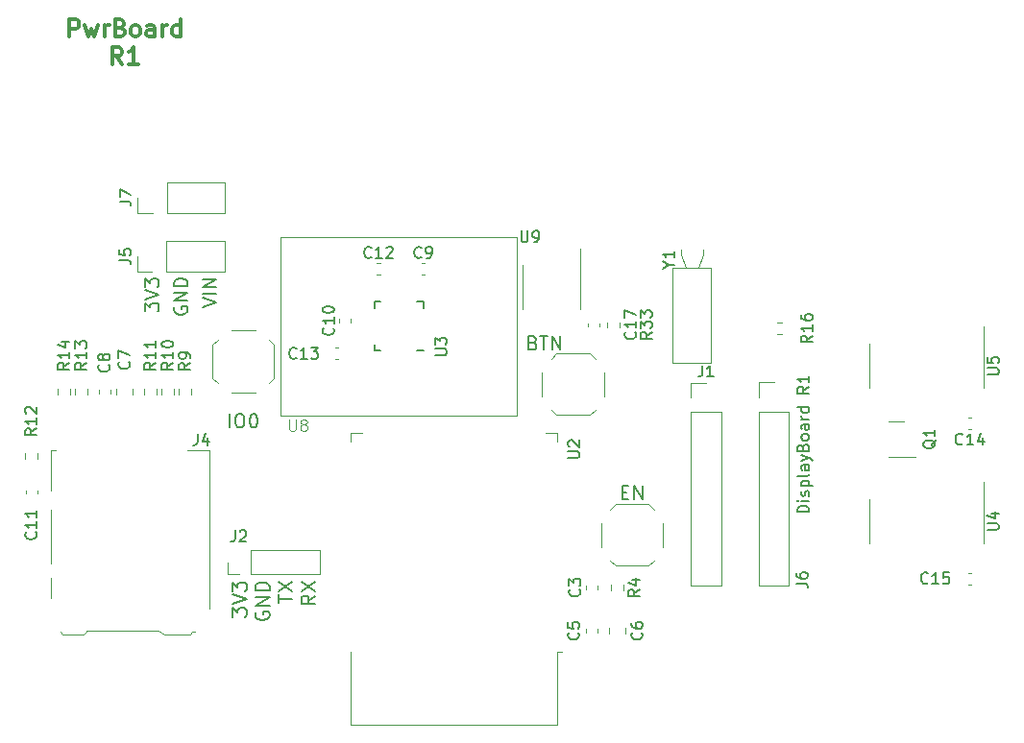
<source format=gbr>
%TF.GenerationSoftware,KiCad,Pcbnew,7.0.1*%
%TF.CreationDate,2023-04-28T21:22:04+03:00*%
%TF.ProjectId,leanometer_esp32,6c65616e-6f6d-4657-9465-725f65737033,R1*%
%TF.SameCoordinates,Original*%
%TF.FileFunction,Legend,Top*%
%TF.FilePolarity,Positive*%
%FSLAX46Y46*%
G04 Gerber Fmt 4.6, Leading zero omitted, Abs format (unit mm)*
G04 Created by KiCad (PCBNEW 7.0.1) date 2023-04-28 21:22:04*
%MOMM*%
%LPD*%
G01*
G04 APERTURE LIST*
%ADD10C,0.200000*%
%ADD11C,0.300000*%
%ADD12C,0.150000*%
%ADD13C,0.100000*%
%ADD14C,0.120000*%
G04 APERTURE END LIST*
D10*
X121090523Y-115795809D02*
X121090523Y-115022000D01*
X121090523Y-115022000D02*
X121566714Y-115438666D01*
X121566714Y-115438666D02*
X121566714Y-115260095D01*
X121566714Y-115260095D02*
X121626238Y-115141047D01*
X121626238Y-115141047D02*
X121685761Y-115081523D01*
X121685761Y-115081523D02*
X121804809Y-115022000D01*
X121804809Y-115022000D02*
X122102428Y-115022000D01*
X122102428Y-115022000D02*
X122221476Y-115081523D01*
X122221476Y-115081523D02*
X122281000Y-115141047D01*
X122281000Y-115141047D02*
X122340523Y-115260095D01*
X122340523Y-115260095D02*
X122340523Y-115617238D01*
X122340523Y-115617238D02*
X122281000Y-115736285D01*
X122281000Y-115736285D02*
X122221476Y-115795809D01*
X121090523Y-114664857D02*
X122340523Y-114248190D01*
X122340523Y-114248190D02*
X121090523Y-113831524D01*
X121090523Y-113533904D02*
X121090523Y-112760095D01*
X121090523Y-112760095D02*
X121566714Y-113176761D01*
X121566714Y-113176761D02*
X121566714Y-112998190D01*
X121566714Y-112998190D02*
X121626238Y-112879142D01*
X121626238Y-112879142D02*
X121685761Y-112819618D01*
X121685761Y-112819618D02*
X121804809Y-112760095D01*
X121804809Y-112760095D02*
X122102428Y-112760095D01*
X122102428Y-112760095D02*
X122221476Y-112819618D01*
X122221476Y-112819618D02*
X122281000Y-112879142D01*
X122281000Y-112879142D02*
X122340523Y-112998190D01*
X122340523Y-112998190D02*
X122340523Y-113355333D01*
X122340523Y-113355333D02*
X122281000Y-113474380D01*
X122281000Y-113474380D02*
X122221476Y-113533904D01*
X123175047Y-115379143D02*
X123115523Y-115498190D01*
X123115523Y-115498190D02*
X123115523Y-115676762D01*
X123115523Y-115676762D02*
X123175047Y-115855333D01*
X123175047Y-115855333D02*
X123294095Y-115974381D01*
X123294095Y-115974381D02*
X123413142Y-116033904D01*
X123413142Y-116033904D02*
X123651238Y-116093428D01*
X123651238Y-116093428D02*
X123829809Y-116093428D01*
X123829809Y-116093428D02*
X124067904Y-116033904D01*
X124067904Y-116033904D02*
X124186952Y-115974381D01*
X124186952Y-115974381D02*
X124306000Y-115855333D01*
X124306000Y-115855333D02*
X124365523Y-115676762D01*
X124365523Y-115676762D02*
X124365523Y-115557714D01*
X124365523Y-115557714D02*
X124306000Y-115379143D01*
X124306000Y-115379143D02*
X124246476Y-115319619D01*
X124246476Y-115319619D02*
X123829809Y-115319619D01*
X123829809Y-115319619D02*
X123829809Y-115557714D01*
X124365523Y-114783904D02*
X123115523Y-114783904D01*
X123115523Y-114783904D02*
X124365523Y-114069619D01*
X124365523Y-114069619D02*
X123115523Y-114069619D01*
X124365523Y-113474380D02*
X123115523Y-113474380D01*
X123115523Y-113474380D02*
X123115523Y-113176761D01*
X123115523Y-113176761D02*
X123175047Y-112998190D01*
X123175047Y-112998190D02*
X123294095Y-112879142D01*
X123294095Y-112879142D02*
X123413142Y-112819619D01*
X123413142Y-112819619D02*
X123651238Y-112760095D01*
X123651238Y-112760095D02*
X123829809Y-112760095D01*
X123829809Y-112760095D02*
X124067904Y-112819619D01*
X124067904Y-112819619D02*
X124186952Y-112879142D01*
X124186952Y-112879142D02*
X124306000Y-112998190D01*
X124306000Y-112998190D02*
X124365523Y-113176761D01*
X124365523Y-113176761D02*
X124365523Y-113474380D01*
X125140523Y-114545809D02*
X125140523Y-113831523D01*
X126390523Y-114188666D02*
X125140523Y-114188666D01*
X125140523Y-113533904D02*
X126390523Y-112700571D01*
X125140523Y-112700571D02*
X126390523Y-113533904D01*
X128415523Y-113950571D02*
X127820285Y-114367237D01*
X128415523Y-114664856D02*
X127165523Y-114664856D01*
X127165523Y-114664856D02*
X127165523Y-114188666D01*
X127165523Y-114188666D02*
X127225047Y-114069618D01*
X127225047Y-114069618D02*
X127284571Y-114010095D01*
X127284571Y-114010095D02*
X127403619Y-113950571D01*
X127403619Y-113950571D02*
X127582190Y-113950571D01*
X127582190Y-113950571D02*
X127701238Y-114010095D01*
X127701238Y-114010095D02*
X127760761Y-114069618D01*
X127760761Y-114069618D02*
X127820285Y-114188666D01*
X127820285Y-114188666D02*
X127820285Y-114664856D01*
X127165523Y-113533904D02*
X128415523Y-112700571D01*
X127165523Y-112700571D02*
X128415523Y-113533904D01*
X155451286Y-104828571D02*
X155851286Y-104828571D01*
X156022714Y-105457142D02*
X155451286Y-105457142D01*
X155451286Y-105457142D02*
X155451286Y-104257142D01*
X155451286Y-104257142D02*
X156022714Y-104257142D01*
X156537000Y-105457142D02*
X156537000Y-104257142D01*
X156537000Y-104257142D02*
X157222714Y-105457142D01*
X157222714Y-105457142D02*
X157222714Y-104257142D01*
X147590000Y-91620571D02*
X147761428Y-91677714D01*
X147761428Y-91677714D02*
X147818571Y-91734857D01*
X147818571Y-91734857D02*
X147875714Y-91849142D01*
X147875714Y-91849142D02*
X147875714Y-92020571D01*
X147875714Y-92020571D02*
X147818571Y-92134857D01*
X147818571Y-92134857D02*
X147761428Y-92192000D01*
X147761428Y-92192000D02*
X147647143Y-92249142D01*
X147647143Y-92249142D02*
X147190000Y-92249142D01*
X147190000Y-92249142D02*
X147190000Y-91049142D01*
X147190000Y-91049142D02*
X147590000Y-91049142D01*
X147590000Y-91049142D02*
X147704286Y-91106285D01*
X147704286Y-91106285D02*
X147761428Y-91163428D01*
X147761428Y-91163428D02*
X147818571Y-91277714D01*
X147818571Y-91277714D02*
X147818571Y-91392000D01*
X147818571Y-91392000D02*
X147761428Y-91506285D01*
X147761428Y-91506285D02*
X147704286Y-91563428D01*
X147704286Y-91563428D02*
X147590000Y-91620571D01*
X147590000Y-91620571D02*
X147190000Y-91620571D01*
X148218571Y-91049142D02*
X148904286Y-91049142D01*
X148561428Y-92249142D02*
X148561428Y-91049142D01*
X149304286Y-92249142D02*
X149304286Y-91049142D01*
X149304286Y-91049142D02*
X149990000Y-92249142D01*
X149990000Y-92249142D02*
X149990000Y-91049142D01*
X120847000Y-99107142D02*
X120847000Y-97907142D01*
X121647000Y-97907142D02*
X121875572Y-97907142D01*
X121875572Y-97907142D02*
X121989857Y-97964285D01*
X121989857Y-97964285D02*
X122104143Y-98078571D01*
X122104143Y-98078571D02*
X122161286Y-98307142D01*
X122161286Y-98307142D02*
X122161286Y-98707142D01*
X122161286Y-98707142D02*
X122104143Y-98935714D01*
X122104143Y-98935714D02*
X121989857Y-99050000D01*
X121989857Y-99050000D02*
X121875572Y-99107142D01*
X121875572Y-99107142D02*
X121647000Y-99107142D01*
X121647000Y-99107142D02*
X121532715Y-99050000D01*
X121532715Y-99050000D02*
X121418429Y-98935714D01*
X121418429Y-98935714D02*
X121361286Y-98707142D01*
X121361286Y-98707142D02*
X121361286Y-98307142D01*
X121361286Y-98307142D02*
X121418429Y-98078571D01*
X121418429Y-98078571D02*
X121532715Y-97964285D01*
X121532715Y-97964285D02*
X121647000Y-97907142D01*
X122904143Y-97907142D02*
X123018429Y-97907142D01*
X123018429Y-97907142D02*
X123132715Y-97964285D01*
X123132715Y-97964285D02*
X123189858Y-98021428D01*
X123189858Y-98021428D02*
X123247000Y-98135714D01*
X123247000Y-98135714D02*
X123304143Y-98364285D01*
X123304143Y-98364285D02*
X123304143Y-98650000D01*
X123304143Y-98650000D02*
X123247000Y-98878571D01*
X123247000Y-98878571D02*
X123189858Y-98992857D01*
X123189858Y-98992857D02*
X123132715Y-99050000D01*
X123132715Y-99050000D02*
X123018429Y-99107142D01*
X123018429Y-99107142D02*
X122904143Y-99107142D01*
X122904143Y-99107142D02*
X122789858Y-99050000D01*
X122789858Y-99050000D02*
X122732715Y-98992857D01*
X122732715Y-98992857D02*
X122675572Y-98878571D01*
X122675572Y-98878571D02*
X122618429Y-98650000D01*
X122618429Y-98650000D02*
X122618429Y-98364285D01*
X122618429Y-98364285D02*
X122675572Y-98135714D01*
X122675572Y-98135714D02*
X122732715Y-98021428D01*
X122732715Y-98021428D02*
X122789858Y-97964285D01*
X122789858Y-97964285D02*
X122904143Y-97907142D01*
X118481142Y-88467857D02*
X119681142Y-88067857D01*
X119681142Y-88067857D02*
X118481142Y-87667857D01*
X119681142Y-87267857D02*
X118481142Y-87267857D01*
X119681142Y-86696428D02*
X118481142Y-86696428D01*
X118481142Y-86696428D02*
X119681142Y-86010714D01*
X119681142Y-86010714D02*
X118481142Y-86010714D01*
D11*
X106740142Y-64629928D02*
X106740142Y-63129928D01*
X106740142Y-63129928D02*
X107311571Y-63129928D01*
X107311571Y-63129928D02*
X107454428Y-63201357D01*
X107454428Y-63201357D02*
X107525857Y-63272785D01*
X107525857Y-63272785D02*
X107597285Y-63415642D01*
X107597285Y-63415642D02*
X107597285Y-63629928D01*
X107597285Y-63629928D02*
X107525857Y-63772785D01*
X107525857Y-63772785D02*
X107454428Y-63844214D01*
X107454428Y-63844214D02*
X107311571Y-63915642D01*
X107311571Y-63915642D02*
X106740142Y-63915642D01*
X108097285Y-63629928D02*
X108383000Y-64629928D01*
X108383000Y-64629928D02*
X108668714Y-63915642D01*
X108668714Y-63915642D02*
X108954428Y-64629928D01*
X108954428Y-64629928D02*
X109240142Y-63629928D01*
X109811571Y-64629928D02*
X109811571Y-63629928D01*
X109811571Y-63915642D02*
X109883000Y-63772785D01*
X109883000Y-63772785D02*
X109954429Y-63701357D01*
X109954429Y-63701357D02*
X110097286Y-63629928D01*
X110097286Y-63629928D02*
X110240143Y-63629928D01*
X111240142Y-63844214D02*
X111454428Y-63915642D01*
X111454428Y-63915642D02*
X111525857Y-63987071D01*
X111525857Y-63987071D02*
X111597285Y-64129928D01*
X111597285Y-64129928D02*
X111597285Y-64344214D01*
X111597285Y-64344214D02*
X111525857Y-64487071D01*
X111525857Y-64487071D02*
X111454428Y-64558500D01*
X111454428Y-64558500D02*
X111311571Y-64629928D01*
X111311571Y-64629928D02*
X110740142Y-64629928D01*
X110740142Y-64629928D02*
X110740142Y-63129928D01*
X110740142Y-63129928D02*
X111240142Y-63129928D01*
X111240142Y-63129928D02*
X111383000Y-63201357D01*
X111383000Y-63201357D02*
X111454428Y-63272785D01*
X111454428Y-63272785D02*
X111525857Y-63415642D01*
X111525857Y-63415642D02*
X111525857Y-63558500D01*
X111525857Y-63558500D02*
X111454428Y-63701357D01*
X111454428Y-63701357D02*
X111383000Y-63772785D01*
X111383000Y-63772785D02*
X111240142Y-63844214D01*
X111240142Y-63844214D02*
X110740142Y-63844214D01*
X112454428Y-64629928D02*
X112311571Y-64558500D01*
X112311571Y-64558500D02*
X112240142Y-64487071D01*
X112240142Y-64487071D02*
X112168714Y-64344214D01*
X112168714Y-64344214D02*
X112168714Y-63915642D01*
X112168714Y-63915642D02*
X112240142Y-63772785D01*
X112240142Y-63772785D02*
X112311571Y-63701357D01*
X112311571Y-63701357D02*
X112454428Y-63629928D01*
X112454428Y-63629928D02*
X112668714Y-63629928D01*
X112668714Y-63629928D02*
X112811571Y-63701357D01*
X112811571Y-63701357D02*
X112883000Y-63772785D01*
X112883000Y-63772785D02*
X112954428Y-63915642D01*
X112954428Y-63915642D02*
X112954428Y-64344214D01*
X112954428Y-64344214D02*
X112883000Y-64487071D01*
X112883000Y-64487071D02*
X112811571Y-64558500D01*
X112811571Y-64558500D02*
X112668714Y-64629928D01*
X112668714Y-64629928D02*
X112454428Y-64629928D01*
X114240143Y-64629928D02*
X114240143Y-63844214D01*
X114240143Y-63844214D02*
X114168714Y-63701357D01*
X114168714Y-63701357D02*
X114025857Y-63629928D01*
X114025857Y-63629928D02*
X113740143Y-63629928D01*
X113740143Y-63629928D02*
X113597285Y-63701357D01*
X114240143Y-64558500D02*
X114097285Y-64629928D01*
X114097285Y-64629928D02*
X113740143Y-64629928D01*
X113740143Y-64629928D02*
X113597285Y-64558500D01*
X113597285Y-64558500D02*
X113525857Y-64415642D01*
X113525857Y-64415642D02*
X113525857Y-64272785D01*
X113525857Y-64272785D02*
X113597285Y-64129928D01*
X113597285Y-64129928D02*
X113740143Y-64058500D01*
X113740143Y-64058500D02*
X114097285Y-64058500D01*
X114097285Y-64058500D02*
X114240143Y-63987071D01*
X114954428Y-64629928D02*
X114954428Y-63629928D01*
X114954428Y-63915642D02*
X115025857Y-63772785D01*
X115025857Y-63772785D02*
X115097286Y-63701357D01*
X115097286Y-63701357D02*
X115240143Y-63629928D01*
X115240143Y-63629928D02*
X115383000Y-63629928D01*
X116525857Y-64629928D02*
X116525857Y-63129928D01*
X116525857Y-64558500D02*
X116382999Y-64629928D01*
X116382999Y-64629928D02*
X116097285Y-64629928D01*
X116097285Y-64629928D02*
X115954428Y-64558500D01*
X115954428Y-64558500D02*
X115882999Y-64487071D01*
X115882999Y-64487071D02*
X115811571Y-64344214D01*
X115811571Y-64344214D02*
X115811571Y-63915642D01*
X115811571Y-63915642D02*
X115882999Y-63772785D01*
X115882999Y-63772785D02*
X115954428Y-63701357D01*
X115954428Y-63701357D02*
X116097285Y-63629928D01*
X116097285Y-63629928D02*
X116382999Y-63629928D01*
X116382999Y-63629928D02*
X116525857Y-63701357D01*
X111383000Y-67059928D02*
X110883000Y-66345642D01*
X110525857Y-67059928D02*
X110525857Y-65559928D01*
X110525857Y-65559928D02*
X111097286Y-65559928D01*
X111097286Y-65559928D02*
X111240143Y-65631357D01*
X111240143Y-65631357D02*
X111311572Y-65702785D01*
X111311572Y-65702785D02*
X111383000Y-65845642D01*
X111383000Y-65845642D02*
X111383000Y-66059928D01*
X111383000Y-66059928D02*
X111311572Y-66202785D01*
X111311572Y-66202785D02*
X111240143Y-66274214D01*
X111240143Y-66274214D02*
X111097286Y-66345642D01*
X111097286Y-66345642D02*
X110525857Y-66345642D01*
X112811572Y-67059928D02*
X111954429Y-67059928D01*
X112383000Y-67059928D02*
X112383000Y-65559928D01*
X112383000Y-65559928D02*
X112240143Y-65774214D01*
X112240143Y-65774214D02*
X112097286Y-65917071D01*
X112097286Y-65917071D02*
X111954429Y-65988500D01*
D10*
X115998285Y-88467857D02*
X115941142Y-88582143D01*
X115941142Y-88582143D02*
X115941142Y-88753571D01*
X115941142Y-88753571D02*
X115998285Y-88925000D01*
X115998285Y-88925000D02*
X116112571Y-89039285D01*
X116112571Y-89039285D02*
X116226857Y-89096428D01*
X116226857Y-89096428D02*
X116455428Y-89153571D01*
X116455428Y-89153571D02*
X116626857Y-89153571D01*
X116626857Y-89153571D02*
X116855428Y-89096428D01*
X116855428Y-89096428D02*
X116969714Y-89039285D01*
X116969714Y-89039285D02*
X117084000Y-88925000D01*
X117084000Y-88925000D02*
X117141142Y-88753571D01*
X117141142Y-88753571D02*
X117141142Y-88639285D01*
X117141142Y-88639285D02*
X117084000Y-88467857D01*
X117084000Y-88467857D02*
X117026857Y-88410714D01*
X117026857Y-88410714D02*
X116626857Y-88410714D01*
X116626857Y-88410714D02*
X116626857Y-88639285D01*
X117141142Y-87896428D02*
X115941142Y-87896428D01*
X115941142Y-87896428D02*
X117141142Y-87210714D01*
X117141142Y-87210714D02*
X115941142Y-87210714D01*
X117141142Y-86639285D02*
X115941142Y-86639285D01*
X115941142Y-86639285D02*
X115941142Y-86353571D01*
X115941142Y-86353571D02*
X115998285Y-86182142D01*
X115998285Y-86182142D02*
X116112571Y-86067857D01*
X116112571Y-86067857D02*
X116226857Y-86010714D01*
X116226857Y-86010714D02*
X116455428Y-85953571D01*
X116455428Y-85953571D02*
X116626857Y-85953571D01*
X116626857Y-85953571D02*
X116855428Y-86010714D01*
X116855428Y-86010714D02*
X116969714Y-86067857D01*
X116969714Y-86067857D02*
X117084000Y-86182142D01*
X117084000Y-86182142D02*
X117141142Y-86353571D01*
X117141142Y-86353571D02*
X117141142Y-86639285D01*
D12*
X171912619Y-106560190D02*
X170912619Y-106560190D01*
X170912619Y-106560190D02*
X170912619Y-106322095D01*
X170912619Y-106322095D02*
X170960238Y-106179238D01*
X170960238Y-106179238D02*
X171055476Y-106084000D01*
X171055476Y-106084000D02*
X171150714Y-106036381D01*
X171150714Y-106036381D02*
X171341190Y-105988762D01*
X171341190Y-105988762D02*
X171484047Y-105988762D01*
X171484047Y-105988762D02*
X171674523Y-106036381D01*
X171674523Y-106036381D02*
X171769761Y-106084000D01*
X171769761Y-106084000D02*
X171865000Y-106179238D01*
X171865000Y-106179238D02*
X171912619Y-106322095D01*
X171912619Y-106322095D02*
X171912619Y-106560190D01*
X171912619Y-105560190D02*
X171245952Y-105560190D01*
X170912619Y-105560190D02*
X170960238Y-105607809D01*
X170960238Y-105607809D02*
X171007857Y-105560190D01*
X171007857Y-105560190D02*
X170960238Y-105512571D01*
X170960238Y-105512571D02*
X170912619Y-105560190D01*
X170912619Y-105560190D02*
X171007857Y-105560190D01*
X171865000Y-105131619D02*
X171912619Y-105036381D01*
X171912619Y-105036381D02*
X171912619Y-104845905D01*
X171912619Y-104845905D02*
X171865000Y-104750667D01*
X171865000Y-104750667D02*
X171769761Y-104703048D01*
X171769761Y-104703048D02*
X171722142Y-104703048D01*
X171722142Y-104703048D02*
X171626904Y-104750667D01*
X171626904Y-104750667D02*
X171579285Y-104845905D01*
X171579285Y-104845905D02*
X171579285Y-104988762D01*
X171579285Y-104988762D02*
X171531666Y-105084000D01*
X171531666Y-105084000D02*
X171436428Y-105131619D01*
X171436428Y-105131619D02*
X171388809Y-105131619D01*
X171388809Y-105131619D02*
X171293571Y-105084000D01*
X171293571Y-105084000D02*
X171245952Y-104988762D01*
X171245952Y-104988762D02*
X171245952Y-104845905D01*
X171245952Y-104845905D02*
X171293571Y-104750667D01*
X171245952Y-104274476D02*
X172245952Y-104274476D01*
X171293571Y-104274476D02*
X171245952Y-104179238D01*
X171245952Y-104179238D02*
X171245952Y-103988762D01*
X171245952Y-103988762D02*
X171293571Y-103893524D01*
X171293571Y-103893524D02*
X171341190Y-103845905D01*
X171341190Y-103845905D02*
X171436428Y-103798286D01*
X171436428Y-103798286D02*
X171722142Y-103798286D01*
X171722142Y-103798286D02*
X171817380Y-103845905D01*
X171817380Y-103845905D02*
X171865000Y-103893524D01*
X171865000Y-103893524D02*
X171912619Y-103988762D01*
X171912619Y-103988762D02*
X171912619Y-104179238D01*
X171912619Y-104179238D02*
X171865000Y-104274476D01*
X171912619Y-103226857D02*
X171865000Y-103322095D01*
X171865000Y-103322095D02*
X171769761Y-103369714D01*
X171769761Y-103369714D02*
X170912619Y-103369714D01*
X171912619Y-102417333D02*
X171388809Y-102417333D01*
X171388809Y-102417333D02*
X171293571Y-102464952D01*
X171293571Y-102464952D02*
X171245952Y-102560190D01*
X171245952Y-102560190D02*
X171245952Y-102750666D01*
X171245952Y-102750666D02*
X171293571Y-102845904D01*
X171865000Y-102417333D02*
X171912619Y-102512571D01*
X171912619Y-102512571D02*
X171912619Y-102750666D01*
X171912619Y-102750666D02*
X171865000Y-102845904D01*
X171865000Y-102845904D02*
X171769761Y-102893523D01*
X171769761Y-102893523D02*
X171674523Y-102893523D01*
X171674523Y-102893523D02*
X171579285Y-102845904D01*
X171579285Y-102845904D02*
X171531666Y-102750666D01*
X171531666Y-102750666D02*
X171531666Y-102512571D01*
X171531666Y-102512571D02*
X171484047Y-102417333D01*
X171245952Y-102036380D02*
X171912619Y-101798285D01*
X171245952Y-101560190D02*
X171912619Y-101798285D01*
X171912619Y-101798285D02*
X172150714Y-101893523D01*
X172150714Y-101893523D02*
X172198333Y-101941142D01*
X172198333Y-101941142D02*
X172245952Y-102036380D01*
X171388809Y-100845904D02*
X171436428Y-100703047D01*
X171436428Y-100703047D02*
X171484047Y-100655428D01*
X171484047Y-100655428D02*
X171579285Y-100607809D01*
X171579285Y-100607809D02*
X171722142Y-100607809D01*
X171722142Y-100607809D02*
X171817380Y-100655428D01*
X171817380Y-100655428D02*
X171865000Y-100703047D01*
X171865000Y-100703047D02*
X171912619Y-100798285D01*
X171912619Y-100798285D02*
X171912619Y-101179237D01*
X171912619Y-101179237D02*
X170912619Y-101179237D01*
X170912619Y-101179237D02*
X170912619Y-100845904D01*
X170912619Y-100845904D02*
X170960238Y-100750666D01*
X170960238Y-100750666D02*
X171007857Y-100703047D01*
X171007857Y-100703047D02*
X171103095Y-100655428D01*
X171103095Y-100655428D02*
X171198333Y-100655428D01*
X171198333Y-100655428D02*
X171293571Y-100703047D01*
X171293571Y-100703047D02*
X171341190Y-100750666D01*
X171341190Y-100750666D02*
X171388809Y-100845904D01*
X171388809Y-100845904D02*
X171388809Y-101179237D01*
X171912619Y-100036380D02*
X171865000Y-100131618D01*
X171865000Y-100131618D02*
X171817380Y-100179237D01*
X171817380Y-100179237D02*
X171722142Y-100226856D01*
X171722142Y-100226856D02*
X171436428Y-100226856D01*
X171436428Y-100226856D02*
X171341190Y-100179237D01*
X171341190Y-100179237D02*
X171293571Y-100131618D01*
X171293571Y-100131618D02*
X171245952Y-100036380D01*
X171245952Y-100036380D02*
X171245952Y-99893523D01*
X171245952Y-99893523D02*
X171293571Y-99798285D01*
X171293571Y-99798285D02*
X171341190Y-99750666D01*
X171341190Y-99750666D02*
X171436428Y-99703047D01*
X171436428Y-99703047D02*
X171722142Y-99703047D01*
X171722142Y-99703047D02*
X171817380Y-99750666D01*
X171817380Y-99750666D02*
X171865000Y-99798285D01*
X171865000Y-99798285D02*
X171912619Y-99893523D01*
X171912619Y-99893523D02*
X171912619Y-100036380D01*
X171912619Y-98845904D02*
X171388809Y-98845904D01*
X171388809Y-98845904D02*
X171293571Y-98893523D01*
X171293571Y-98893523D02*
X171245952Y-98988761D01*
X171245952Y-98988761D02*
X171245952Y-99179237D01*
X171245952Y-99179237D02*
X171293571Y-99274475D01*
X171865000Y-98845904D02*
X171912619Y-98941142D01*
X171912619Y-98941142D02*
X171912619Y-99179237D01*
X171912619Y-99179237D02*
X171865000Y-99274475D01*
X171865000Y-99274475D02*
X171769761Y-99322094D01*
X171769761Y-99322094D02*
X171674523Y-99322094D01*
X171674523Y-99322094D02*
X171579285Y-99274475D01*
X171579285Y-99274475D02*
X171531666Y-99179237D01*
X171531666Y-99179237D02*
X171531666Y-98941142D01*
X171531666Y-98941142D02*
X171484047Y-98845904D01*
X171912619Y-98369713D02*
X171245952Y-98369713D01*
X171436428Y-98369713D02*
X171341190Y-98322094D01*
X171341190Y-98322094D02*
X171293571Y-98274475D01*
X171293571Y-98274475D02*
X171245952Y-98179237D01*
X171245952Y-98179237D02*
X171245952Y-98083999D01*
X171912619Y-97322094D02*
X170912619Y-97322094D01*
X171865000Y-97322094D02*
X171912619Y-97417332D01*
X171912619Y-97417332D02*
X171912619Y-97607808D01*
X171912619Y-97607808D02*
X171865000Y-97703046D01*
X171865000Y-97703046D02*
X171817380Y-97750665D01*
X171817380Y-97750665D02*
X171722142Y-97798284D01*
X171722142Y-97798284D02*
X171436428Y-97798284D01*
X171436428Y-97798284D02*
X171341190Y-97750665D01*
X171341190Y-97750665D02*
X171293571Y-97703046D01*
X171293571Y-97703046D02*
X171245952Y-97607808D01*
X171245952Y-97607808D02*
X171245952Y-97417332D01*
X171245952Y-97417332D02*
X171293571Y-97322094D01*
X171912619Y-95512570D02*
X171436428Y-95845903D01*
X171912619Y-96083998D02*
X170912619Y-96083998D01*
X170912619Y-96083998D02*
X170912619Y-95703046D01*
X170912619Y-95703046D02*
X170960238Y-95607808D01*
X170960238Y-95607808D02*
X171007857Y-95560189D01*
X171007857Y-95560189D02*
X171103095Y-95512570D01*
X171103095Y-95512570D02*
X171245952Y-95512570D01*
X171245952Y-95512570D02*
X171341190Y-95560189D01*
X171341190Y-95560189D02*
X171388809Y-95607808D01*
X171388809Y-95607808D02*
X171436428Y-95703046D01*
X171436428Y-95703046D02*
X171436428Y-96083998D01*
X171912619Y-94560189D02*
X171912619Y-95131617D01*
X171912619Y-94845903D02*
X170912619Y-94845903D01*
X170912619Y-94845903D02*
X171055476Y-94941141D01*
X171055476Y-94941141D02*
X171150714Y-95036379D01*
X171150714Y-95036379D02*
X171198333Y-95131617D01*
D10*
X113401142Y-88867856D02*
X113401142Y-88124999D01*
X113401142Y-88124999D02*
X113858285Y-88524999D01*
X113858285Y-88524999D02*
X113858285Y-88353570D01*
X113858285Y-88353570D02*
X113915428Y-88239285D01*
X113915428Y-88239285D02*
X113972571Y-88182142D01*
X113972571Y-88182142D02*
X114086857Y-88124999D01*
X114086857Y-88124999D02*
X114372571Y-88124999D01*
X114372571Y-88124999D02*
X114486857Y-88182142D01*
X114486857Y-88182142D02*
X114544000Y-88239285D01*
X114544000Y-88239285D02*
X114601142Y-88353570D01*
X114601142Y-88353570D02*
X114601142Y-88696427D01*
X114601142Y-88696427D02*
X114544000Y-88810713D01*
X114544000Y-88810713D02*
X114486857Y-88867856D01*
X113401142Y-87782142D02*
X114601142Y-87382142D01*
X114601142Y-87382142D02*
X113401142Y-86982142D01*
X113401142Y-86696428D02*
X113401142Y-85953571D01*
X113401142Y-85953571D02*
X113858285Y-86353571D01*
X113858285Y-86353571D02*
X113858285Y-86182142D01*
X113858285Y-86182142D02*
X113915428Y-86067857D01*
X113915428Y-86067857D02*
X113972571Y-86010714D01*
X113972571Y-86010714D02*
X114086857Y-85953571D01*
X114086857Y-85953571D02*
X114372571Y-85953571D01*
X114372571Y-85953571D02*
X114486857Y-86010714D01*
X114486857Y-86010714D02*
X114544000Y-86067857D01*
X114544000Y-86067857D02*
X114601142Y-86182142D01*
X114601142Y-86182142D02*
X114601142Y-86524999D01*
X114601142Y-86524999D02*
X114544000Y-86639285D01*
X114544000Y-86639285D02*
X114486857Y-86696428D01*
D12*
%TO.C,Q1*%
X183087857Y-100197238D02*
X183040238Y-100292476D01*
X183040238Y-100292476D02*
X182945000Y-100387714D01*
X182945000Y-100387714D02*
X182802142Y-100530571D01*
X182802142Y-100530571D02*
X182754523Y-100625809D01*
X182754523Y-100625809D02*
X182754523Y-100721047D01*
X182992619Y-100673428D02*
X182945000Y-100768666D01*
X182945000Y-100768666D02*
X182849761Y-100863904D01*
X182849761Y-100863904D02*
X182659285Y-100911523D01*
X182659285Y-100911523D02*
X182325952Y-100911523D01*
X182325952Y-100911523D02*
X182135476Y-100863904D01*
X182135476Y-100863904D02*
X182040238Y-100768666D01*
X182040238Y-100768666D02*
X181992619Y-100673428D01*
X181992619Y-100673428D02*
X181992619Y-100482952D01*
X181992619Y-100482952D02*
X182040238Y-100387714D01*
X182040238Y-100387714D02*
X182135476Y-100292476D01*
X182135476Y-100292476D02*
X182325952Y-100244857D01*
X182325952Y-100244857D02*
X182659285Y-100244857D01*
X182659285Y-100244857D02*
X182849761Y-100292476D01*
X182849761Y-100292476D02*
X182945000Y-100387714D01*
X182945000Y-100387714D02*
X182992619Y-100482952D01*
X182992619Y-100482952D02*
X182992619Y-100673428D01*
X182992619Y-99292476D02*
X182992619Y-99863904D01*
X182992619Y-99578190D02*
X181992619Y-99578190D01*
X181992619Y-99578190D02*
X182135476Y-99673428D01*
X182135476Y-99673428D02*
X182230714Y-99768666D01*
X182230714Y-99768666D02*
X182278333Y-99863904D01*
%TO.C,J4*%
X118030666Y-99665619D02*
X118030666Y-100379904D01*
X118030666Y-100379904D02*
X117983047Y-100522761D01*
X117983047Y-100522761D02*
X117887809Y-100618000D01*
X117887809Y-100618000D02*
X117744952Y-100665619D01*
X117744952Y-100665619D02*
X117649714Y-100665619D01*
X118935428Y-99998952D02*
X118935428Y-100665619D01*
X118697333Y-99618000D02*
X118459238Y-100332285D01*
X118459238Y-100332285D02*
X119078285Y-100332285D01*
%TO.C,U4*%
X187648119Y-108133904D02*
X188457642Y-108133904D01*
X188457642Y-108133904D02*
X188552880Y-108086285D01*
X188552880Y-108086285D02*
X188600500Y-108038666D01*
X188600500Y-108038666D02*
X188648119Y-107943428D01*
X188648119Y-107943428D02*
X188648119Y-107752952D01*
X188648119Y-107752952D02*
X188600500Y-107657714D01*
X188600500Y-107657714D02*
X188552880Y-107610095D01*
X188552880Y-107610095D02*
X188457642Y-107562476D01*
X188457642Y-107562476D02*
X187648119Y-107562476D01*
X187981452Y-106657714D02*
X188648119Y-106657714D01*
X187600500Y-106895809D02*
X188314785Y-107133904D01*
X188314785Y-107133904D02*
X188314785Y-106514857D01*
D13*
%TO.C,U8*%
X126111095Y-98395619D02*
X126111095Y-99205142D01*
X126111095Y-99205142D02*
X126158714Y-99300380D01*
X126158714Y-99300380D02*
X126206333Y-99348000D01*
X126206333Y-99348000D02*
X126301571Y-99395619D01*
X126301571Y-99395619D02*
X126492047Y-99395619D01*
X126492047Y-99395619D02*
X126587285Y-99348000D01*
X126587285Y-99348000D02*
X126634904Y-99300380D01*
X126634904Y-99300380D02*
X126682523Y-99205142D01*
X126682523Y-99205142D02*
X126682523Y-98395619D01*
X127301571Y-98824190D02*
X127206333Y-98776571D01*
X127206333Y-98776571D02*
X127158714Y-98728952D01*
X127158714Y-98728952D02*
X127111095Y-98633714D01*
X127111095Y-98633714D02*
X127111095Y-98586095D01*
X127111095Y-98586095D02*
X127158714Y-98490857D01*
X127158714Y-98490857D02*
X127206333Y-98443238D01*
X127206333Y-98443238D02*
X127301571Y-98395619D01*
X127301571Y-98395619D02*
X127492047Y-98395619D01*
X127492047Y-98395619D02*
X127587285Y-98443238D01*
X127587285Y-98443238D02*
X127634904Y-98490857D01*
X127634904Y-98490857D02*
X127682523Y-98586095D01*
X127682523Y-98586095D02*
X127682523Y-98633714D01*
X127682523Y-98633714D02*
X127634904Y-98728952D01*
X127634904Y-98728952D02*
X127587285Y-98776571D01*
X127587285Y-98776571D02*
X127492047Y-98824190D01*
X127492047Y-98824190D02*
X127301571Y-98824190D01*
X127301571Y-98824190D02*
X127206333Y-98871809D01*
X127206333Y-98871809D02*
X127158714Y-98919428D01*
X127158714Y-98919428D02*
X127111095Y-99014666D01*
X127111095Y-99014666D02*
X127111095Y-99205142D01*
X127111095Y-99205142D02*
X127158714Y-99300380D01*
X127158714Y-99300380D02*
X127206333Y-99348000D01*
X127206333Y-99348000D02*
X127301571Y-99395619D01*
X127301571Y-99395619D02*
X127492047Y-99395619D01*
X127492047Y-99395619D02*
X127587285Y-99348000D01*
X127587285Y-99348000D02*
X127634904Y-99300380D01*
X127634904Y-99300380D02*
X127682523Y-99205142D01*
X127682523Y-99205142D02*
X127682523Y-99014666D01*
X127682523Y-99014666D02*
X127634904Y-98919428D01*
X127634904Y-98919428D02*
X127587285Y-98871809D01*
X127587285Y-98871809D02*
X127492047Y-98824190D01*
D12*
%TO.C,C5*%
X151574380Y-117197666D02*
X151622000Y-117245285D01*
X151622000Y-117245285D02*
X151669619Y-117388142D01*
X151669619Y-117388142D02*
X151669619Y-117483380D01*
X151669619Y-117483380D02*
X151622000Y-117626237D01*
X151622000Y-117626237D02*
X151526761Y-117721475D01*
X151526761Y-117721475D02*
X151431523Y-117769094D01*
X151431523Y-117769094D02*
X151241047Y-117816713D01*
X151241047Y-117816713D02*
X151098190Y-117816713D01*
X151098190Y-117816713D02*
X150907714Y-117769094D01*
X150907714Y-117769094D02*
X150812476Y-117721475D01*
X150812476Y-117721475D02*
X150717238Y-117626237D01*
X150717238Y-117626237D02*
X150669619Y-117483380D01*
X150669619Y-117483380D02*
X150669619Y-117388142D01*
X150669619Y-117388142D02*
X150717238Y-117245285D01*
X150717238Y-117245285D02*
X150764857Y-117197666D01*
X150669619Y-116292904D02*
X150669619Y-116769094D01*
X150669619Y-116769094D02*
X151145809Y-116816713D01*
X151145809Y-116816713D02*
X151098190Y-116769094D01*
X151098190Y-116769094D02*
X151050571Y-116673856D01*
X151050571Y-116673856D02*
X151050571Y-116435761D01*
X151050571Y-116435761D02*
X151098190Y-116340523D01*
X151098190Y-116340523D02*
X151145809Y-116292904D01*
X151145809Y-116292904D02*
X151241047Y-116245285D01*
X151241047Y-116245285D02*
X151479142Y-116245285D01*
X151479142Y-116245285D02*
X151574380Y-116292904D01*
X151574380Y-116292904D02*
X151622000Y-116340523D01*
X151622000Y-116340523D02*
X151669619Y-116435761D01*
X151669619Y-116435761D02*
X151669619Y-116673856D01*
X151669619Y-116673856D02*
X151622000Y-116769094D01*
X151622000Y-116769094D02*
X151574380Y-116816713D01*
%TO.C,C17*%
X156577380Y-90685857D02*
X156625000Y-90733476D01*
X156625000Y-90733476D02*
X156672619Y-90876333D01*
X156672619Y-90876333D02*
X156672619Y-90971571D01*
X156672619Y-90971571D02*
X156625000Y-91114428D01*
X156625000Y-91114428D02*
X156529761Y-91209666D01*
X156529761Y-91209666D02*
X156434523Y-91257285D01*
X156434523Y-91257285D02*
X156244047Y-91304904D01*
X156244047Y-91304904D02*
X156101190Y-91304904D01*
X156101190Y-91304904D02*
X155910714Y-91257285D01*
X155910714Y-91257285D02*
X155815476Y-91209666D01*
X155815476Y-91209666D02*
X155720238Y-91114428D01*
X155720238Y-91114428D02*
X155672619Y-90971571D01*
X155672619Y-90971571D02*
X155672619Y-90876333D01*
X155672619Y-90876333D02*
X155720238Y-90733476D01*
X155720238Y-90733476D02*
X155767857Y-90685857D01*
X156672619Y-89733476D02*
X156672619Y-90304904D01*
X156672619Y-90019190D02*
X155672619Y-90019190D01*
X155672619Y-90019190D02*
X155815476Y-90114428D01*
X155815476Y-90114428D02*
X155910714Y-90209666D01*
X155910714Y-90209666D02*
X155958333Y-90304904D01*
X155672619Y-89400142D02*
X155672619Y-88733476D01*
X155672619Y-88733476D02*
X156672619Y-89162047D01*
%TO.C,R12*%
X103840619Y-99194857D02*
X103364428Y-99528190D01*
X103840619Y-99766285D02*
X102840619Y-99766285D01*
X102840619Y-99766285D02*
X102840619Y-99385333D01*
X102840619Y-99385333D02*
X102888238Y-99290095D01*
X102888238Y-99290095D02*
X102935857Y-99242476D01*
X102935857Y-99242476D02*
X103031095Y-99194857D01*
X103031095Y-99194857D02*
X103173952Y-99194857D01*
X103173952Y-99194857D02*
X103269190Y-99242476D01*
X103269190Y-99242476D02*
X103316809Y-99290095D01*
X103316809Y-99290095D02*
X103364428Y-99385333D01*
X103364428Y-99385333D02*
X103364428Y-99766285D01*
X103840619Y-98242476D02*
X103840619Y-98813904D01*
X103840619Y-98528190D02*
X102840619Y-98528190D01*
X102840619Y-98528190D02*
X102983476Y-98623428D01*
X102983476Y-98623428D02*
X103078714Y-98718666D01*
X103078714Y-98718666D02*
X103126333Y-98813904D01*
X102935857Y-97861523D02*
X102888238Y-97813904D01*
X102888238Y-97813904D02*
X102840619Y-97718666D01*
X102840619Y-97718666D02*
X102840619Y-97480571D01*
X102840619Y-97480571D02*
X102888238Y-97385333D01*
X102888238Y-97385333D02*
X102935857Y-97337714D01*
X102935857Y-97337714D02*
X103031095Y-97290095D01*
X103031095Y-97290095D02*
X103126333Y-97290095D01*
X103126333Y-97290095D02*
X103269190Y-97337714D01*
X103269190Y-97337714D02*
X103840619Y-97909142D01*
X103840619Y-97909142D02*
X103840619Y-97290095D01*
%TO.C,U3*%
X138990619Y-92729904D02*
X139800142Y-92729904D01*
X139800142Y-92729904D02*
X139895380Y-92682285D01*
X139895380Y-92682285D02*
X139943000Y-92634666D01*
X139943000Y-92634666D02*
X139990619Y-92539428D01*
X139990619Y-92539428D02*
X139990619Y-92348952D01*
X139990619Y-92348952D02*
X139943000Y-92253714D01*
X139943000Y-92253714D02*
X139895380Y-92206095D01*
X139895380Y-92206095D02*
X139800142Y-92158476D01*
X139800142Y-92158476D02*
X138990619Y-92158476D01*
X138990619Y-91777523D02*
X138990619Y-91158476D01*
X138990619Y-91158476D02*
X139371571Y-91491809D01*
X139371571Y-91491809D02*
X139371571Y-91348952D01*
X139371571Y-91348952D02*
X139419190Y-91253714D01*
X139419190Y-91253714D02*
X139466809Y-91206095D01*
X139466809Y-91206095D02*
X139562047Y-91158476D01*
X139562047Y-91158476D02*
X139800142Y-91158476D01*
X139800142Y-91158476D02*
X139895380Y-91206095D01*
X139895380Y-91206095D02*
X139943000Y-91253714D01*
X139943000Y-91253714D02*
X139990619Y-91348952D01*
X139990619Y-91348952D02*
X139990619Y-91634666D01*
X139990619Y-91634666D02*
X139943000Y-91729904D01*
X139943000Y-91729904D02*
X139895380Y-91777523D01*
%TO.C,J5*%
X111156619Y-84338333D02*
X111870904Y-84338333D01*
X111870904Y-84338333D02*
X112013761Y-84385952D01*
X112013761Y-84385952D02*
X112109000Y-84481190D01*
X112109000Y-84481190D02*
X112156619Y-84624047D01*
X112156619Y-84624047D02*
X112156619Y-84719285D01*
X111156619Y-83385952D02*
X111156619Y-83862142D01*
X111156619Y-83862142D02*
X111632809Y-83909761D01*
X111632809Y-83909761D02*
X111585190Y-83862142D01*
X111585190Y-83862142D02*
X111537571Y-83766904D01*
X111537571Y-83766904D02*
X111537571Y-83528809D01*
X111537571Y-83528809D02*
X111585190Y-83433571D01*
X111585190Y-83433571D02*
X111632809Y-83385952D01*
X111632809Y-83385952D02*
X111728047Y-83338333D01*
X111728047Y-83338333D02*
X111966142Y-83338333D01*
X111966142Y-83338333D02*
X112061380Y-83385952D01*
X112061380Y-83385952D02*
X112109000Y-83433571D01*
X112109000Y-83433571D02*
X112156619Y-83528809D01*
X112156619Y-83528809D02*
X112156619Y-83766904D01*
X112156619Y-83766904D02*
X112109000Y-83862142D01*
X112109000Y-83862142D02*
X112061380Y-83909761D01*
%TO.C,R4*%
X157003619Y-113387666D02*
X156527428Y-113720999D01*
X157003619Y-113959094D02*
X156003619Y-113959094D01*
X156003619Y-113959094D02*
X156003619Y-113578142D01*
X156003619Y-113578142D02*
X156051238Y-113482904D01*
X156051238Y-113482904D02*
X156098857Y-113435285D01*
X156098857Y-113435285D02*
X156194095Y-113387666D01*
X156194095Y-113387666D02*
X156336952Y-113387666D01*
X156336952Y-113387666D02*
X156432190Y-113435285D01*
X156432190Y-113435285D02*
X156479809Y-113482904D01*
X156479809Y-113482904D02*
X156527428Y-113578142D01*
X156527428Y-113578142D02*
X156527428Y-113959094D01*
X156336952Y-112530523D02*
X157003619Y-112530523D01*
X155956000Y-112768618D02*
X156670285Y-113006713D01*
X156670285Y-113006713D02*
X156670285Y-112387666D01*
%TO.C,J1*%
X162512666Y-93622619D02*
X162512666Y-94336904D01*
X162512666Y-94336904D02*
X162465047Y-94479761D01*
X162465047Y-94479761D02*
X162369809Y-94575000D01*
X162369809Y-94575000D02*
X162226952Y-94622619D01*
X162226952Y-94622619D02*
X162131714Y-94622619D01*
X163512666Y-94622619D02*
X162941238Y-94622619D01*
X163226952Y-94622619D02*
X163226952Y-93622619D01*
X163226952Y-93622619D02*
X163131714Y-93765476D01*
X163131714Y-93765476D02*
X163036476Y-93860714D01*
X163036476Y-93860714D02*
X162941238Y-93908333D01*
%TO.C,U2*%
X150688619Y-101780904D02*
X151498142Y-101780904D01*
X151498142Y-101780904D02*
X151593380Y-101733285D01*
X151593380Y-101733285D02*
X151641000Y-101685666D01*
X151641000Y-101685666D02*
X151688619Y-101590428D01*
X151688619Y-101590428D02*
X151688619Y-101399952D01*
X151688619Y-101399952D02*
X151641000Y-101304714D01*
X151641000Y-101304714D02*
X151593380Y-101257095D01*
X151593380Y-101257095D02*
X151498142Y-101209476D01*
X151498142Y-101209476D02*
X150688619Y-101209476D01*
X150783857Y-100780904D02*
X150736238Y-100733285D01*
X150736238Y-100733285D02*
X150688619Y-100638047D01*
X150688619Y-100638047D02*
X150688619Y-100399952D01*
X150688619Y-100399952D02*
X150736238Y-100304714D01*
X150736238Y-100304714D02*
X150783857Y-100257095D01*
X150783857Y-100257095D02*
X150879095Y-100209476D01*
X150879095Y-100209476D02*
X150974333Y-100209476D01*
X150974333Y-100209476D02*
X151117190Y-100257095D01*
X151117190Y-100257095D02*
X151688619Y-100828523D01*
X151688619Y-100828523D02*
X151688619Y-100209476D01*
%TO.C,J7*%
X111171619Y-79163333D02*
X111885904Y-79163333D01*
X111885904Y-79163333D02*
X112028761Y-79210952D01*
X112028761Y-79210952D02*
X112124000Y-79306190D01*
X112124000Y-79306190D02*
X112171619Y-79449047D01*
X112171619Y-79449047D02*
X112171619Y-79544285D01*
X111171619Y-78782380D02*
X111171619Y-78115714D01*
X111171619Y-78115714D02*
X112171619Y-78544285D01*
%TO.C,R14*%
X106720619Y-93380857D02*
X106244428Y-93714190D01*
X106720619Y-93952285D02*
X105720619Y-93952285D01*
X105720619Y-93952285D02*
X105720619Y-93571333D01*
X105720619Y-93571333D02*
X105768238Y-93476095D01*
X105768238Y-93476095D02*
X105815857Y-93428476D01*
X105815857Y-93428476D02*
X105911095Y-93380857D01*
X105911095Y-93380857D02*
X106053952Y-93380857D01*
X106053952Y-93380857D02*
X106149190Y-93428476D01*
X106149190Y-93428476D02*
X106196809Y-93476095D01*
X106196809Y-93476095D02*
X106244428Y-93571333D01*
X106244428Y-93571333D02*
X106244428Y-93952285D01*
X106720619Y-92428476D02*
X106720619Y-92999904D01*
X106720619Y-92714190D02*
X105720619Y-92714190D01*
X105720619Y-92714190D02*
X105863476Y-92809428D01*
X105863476Y-92809428D02*
X105958714Y-92904666D01*
X105958714Y-92904666D02*
X106006333Y-92999904D01*
X106053952Y-91571333D02*
X106720619Y-91571333D01*
X105673000Y-91809428D02*
X106387285Y-92047523D01*
X106387285Y-92047523D02*
X106387285Y-91428476D01*
%TO.C,C14*%
X185452642Y-100543380D02*
X185405023Y-100591000D01*
X185405023Y-100591000D02*
X185262166Y-100638619D01*
X185262166Y-100638619D02*
X185166928Y-100638619D01*
X185166928Y-100638619D02*
X185024071Y-100591000D01*
X185024071Y-100591000D02*
X184928833Y-100495761D01*
X184928833Y-100495761D02*
X184881214Y-100400523D01*
X184881214Y-100400523D02*
X184833595Y-100210047D01*
X184833595Y-100210047D02*
X184833595Y-100067190D01*
X184833595Y-100067190D02*
X184881214Y-99876714D01*
X184881214Y-99876714D02*
X184928833Y-99781476D01*
X184928833Y-99781476D02*
X185024071Y-99686238D01*
X185024071Y-99686238D02*
X185166928Y-99638619D01*
X185166928Y-99638619D02*
X185262166Y-99638619D01*
X185262166Y-99638619D02*
X185405023Y-99686238D01*
X185405023Y-99686238D02*
X185452642Y-99733857D01*
X186405023Y-100638619D02*
X185833595Y-100638619D01*
X186119309Y-100638619D02*
X186119309Y-99638619D01*
X186119309Y-99638619D02*
X186024071Y-99781476D01*
X186024071Y-99781476D02*
X185928833Y-99876714D01*
X185928833Y-99876714D02*
X185833595Y-99924333D01*
X187262166Y-99971952D02*
X187262166Y-100638619D01*
X187024071Y-99591000D02*
X186785976Y-100305285D01*
X186785976Y-100305285D02*
X187405023Y-100305285D01*
%TO.C,C3*%
X151668380Y-113387666D02*
X151716000Y-113435285D01*
X151716000Y-113435285D02*
X151763619Y-113578142D01*
X151763619Y-113578142D02*
X151763619Y-113673380D01*
X151763619Y-113673380D02*
X151716000Y-113816237D01*
X151716000Y-113816237D02*
X151620761Y-113911475D01*
X151620761Y-113911475D02*
X151525523Y-113959094D01*
X151525523Y-113959094D02*
X151335047Y-114006713D01*
X151335047Y-114006713D02*
X151192190Y-114006713D01*
X151192190Y-114006713D02*
X151001714Y-113959094D01*
X151001714Y-113959094D02*
X150906476Y-113911475D01*
X150906476Y-113911475D02*
X150811238Y-113816237D01*
X150811238Y-113816237D02*
X150763619Y-113673380D01*
X150763619Y-113673380D02*
X150763619Y-113578142D01*
X150763619Y-113578142D02*
X150811238Y-113435285D01*
X150811238Y-113435285D02*
X150858857Y-113387666D01*
X150763619Y-113054332D02*
X150763619Y-112435285D01*
X150763619Y-112435285D02*
X151144571Y-112768618D01*
X151144571Y-112768618D02*
X151144571Y-112625761D01*
X151144571Y-112625761D02*
X151192190Y-112530523D01*
X151192190Y-112530523D02*
X151239809Y-112482904D01*
X151239809Y-112482904D02*
X151335047Y-112435285D01*
X151335047Y-112435285D02*
X151573142Y-112435285D01*
X151573142Y-112435285D02*
X151668380Y-112482904D01*
X151668380Y-112482904D02*
X151716000Y-112530523D01*
X151716000Y-112530523D02*
X151763619Y-112625761D01*
X151763619Y-112625761D02*
X151763619Y-112911475D01*
X151763619Y-112911475D02*
X151716000Y-113006713D01*
X151716000Y-113006713D02*
X151668380Y-113054332D01*
%TO.C,J6*%
X170785619Y-112855333D02*
X171499904Y-112855333D01*
X171499904Y-112855333D02*
X171642761Y-112902952D01*
X171642761Y-112902952D02*
X171738000Y-112998190D01*
X171738000Y-112998190D02*
X171785619Y-113141047D01*
X171785619Y-113141047D02*
X171785619Y-113236285D01*
X170785619Y-111950571D02*
X170785619Y-112141047D01*
X170785619Y-112141047D02*
X170833238Y-112236285D01*
X170833238Y-112236285D02*
X170880857Y-112283904D01*
X170880857Y-112283904D02*
X171023714Y-112379142D01*
X171023714Y-112379142D02*
X171214190Y-112426761D01*
X171214190Y-112426761D02*
X171595142Y-112426761D01*
X171595142Y-112426761D02*
X171690380Y-112379142D01*
X171690380Y-112379142D02*
X171738000Y-112331523D01*
X171738000Y-112331523D02*
X171785619Y-112236285D01*
X171785619Y-112236285D02*
X171785619Y-112045809D01*
X171785619Y-112045809D02*
X171738000Y-111950571D01*
X171738000Y-111950571D02*
X171690380Y-111902952D01*
X171690380Y-111902952D02*
X171595142Y-111855333D01*
X171595142Y-111855333D02*
X171357047Y-111855333D01*
X171357047Y-111855333D02*
X171261809Y-111902952D01*
X171261809Y-111902952D02*
X171214190Y-111950571D01*
X171214190Y-111950571D02*
X171166571Y-112045809D01*
X171166571Y-112045809D02*
X171166571Y-112236285D01*
X171166571Y-112236285D02*
X171214190Y-112331523D01*
X171214190Y-112331523D02*
X171261809Y-112379142D01*
X171261809Y-112379142D02*
X171357047Y-112426761D01*
%TO.C,C11*%
X103745380Y-108338857D02*
X103793000Y-108386476D01*
X103793000Y-108386476D02*
X103840619Y-108529333D01*
X103840619Y-108529333D02*
X103840619Y-108624571D01*
X103840619Y-108624571D02*
X103793000Y-108767428D01*
X103793000Y-108767428D02*
X103697761Y-108862666D01*
X103697761Y-108862666D02*
X103602523Y-108910285D01*
X103602523Y-108910285D02*
X103412047Y-108957904D01*
X103412047Y-108957904D02*
X103269190Y-108957904D01*
X103269190Y-108957904D02*
X103078714Y-108910285D01*
X103078714Y-108910285D02*
X102983476Y-108862666D01*
X102983476Y-108862666D02*
X102888238Y-108767428D01*
X102888238Y-108767428D02*
X102840619Y-108624571D01*
X102840619Y-108624571D02*
X102840619Y-108529333D01*
X102840619Y-108529333D02*
X102888238Y-108386476D01*
X102888238Y-108386476D02*
X102935857Y-108338857D01*
X103840619Y-107386476D02*
X103840619Y-107957904D01*
X103840619Y-107672190D02*
X102840619Y-107672190D01*
X102840619Y-107672190D02*
X102983476Y-107767428D01*
X102983476Y-107767428D02*
X103078714Y-107862666D01*
X103078714Y-107862666D02*
X103126333Y-107957904D01*
X103840619Y-106434095D02*
X103840619Y-107005523D01*
X103840619Y-106719809D02*
X102840619Y-106719809D01*
X102840619Y-106719809D02*
X102983476Y-106815047D01*
X102983476Y-106815047D02*
X103078714Y-106910285D01*
X103078714Y-106910285D02*
X103126333Y-107005523D01*
%TO.C,R16*%
X172206119Y-91006857D02*
X171729928Y-91340190D01*
X172206119Y-91578285D02*
X171206119Y-91578285D01*
X171206119Y-91578285D02*
X171206119Y-91197333D01*
X171206119Y-91197333D02*
X171253738Y-91102095D01*
X171253738Y-91102095D02*
X171301357Y-91054476D01*
X171301357Y-91054476D02*
X171396595Y-91006857D01*
X171396595Y-91006857D02*
X171539452Y-91006857D01*
X171539452Y-91006857D02*
X171634690Y-91054476D01*
X171634690Y-91054476D02*
X171682309Y-91102095D01*
X171682309Y-91102095D02*
X171729928Y-91197333D01*
X171729928Y-91197333D02*
X171729928Y-91578285D01*
X172206119Y-90054476D02*
X172206119Y-90625904D01*
X172206119Y-90340190D02*
X171206119Y-90340190D01*
X171206119Y-90340190D02*
X171348976Y-90435428D01*
X171348976Y-90435428D02*
X171444214Y-90530666D01*
X171444214Y-90530666D02*
X171491833Y-90625904D01*
X171206119Y-89197333D02*
X171206119Y-89387809D01*
X171206119Y-89387809D02*
X171253738Y-89483047D01*
X171253738Y-89483047D02*
X171301357Y-89530666D01*
X171301357Y-89530666D02*
X171444214Y-89625904D01*
X171444214Y-89625904D02*
X171634690Y-89673523D01*
X171634690Y-89673523D02*
X172015642Y-89673523D01*
X172015642Y-89673523D02*
X172110880Y-89625904D01*
X172110880Y-89625904D02*
X172158500Y-89578285D01*
X172158500Y-89578285D02*
X172206119Y-89483047D01*
X172206119Y-89483047D02*
X172206119Y-89292571D01*
X172206119Y-89292571D02*
X172158500Y-89197333D01*
X172158500Y-89197333D02*
X172110880Y-89149714D01*
X172110880Y-89149714D02*
X172015642Y-89102095D01*
X172015642Y-89102095D02*
X171777547Y-89102095D01*
X171777547Y-89102095D02*
X171682309Y-89149714D01*
X171682309Y-89149714D02*
X171634690Y-89197333D01*
X171634690Y-89197333D02*
X171587071Y-89292571D01*
X171587071Y-89292571D02*
X171587071Y-89483047D01*
X171587071Y-89483047D02*
X171634690Y-89578285D01*
X171634690Y-89578285D02*
X171682309Y-89625904D01*
X171682309Y-89625904D02*
X171777547Y-89673523D01*
%TO.C,C7*%
X111959380Y-93300666D02*
X112007000Y-93348285D01*
X112007000Y-93348285D02*
X112054619Y-93491142D01*
X112054619Y-93491142D02*
X112054619Y-93586380D01*
X112054619Y-93586380D02*
X112007000Y-93729237D01*
X112007000Y-93729237D02*
X111911761Y-93824475D01*
X111911761Y-93824475D02*
X111816523Y-93872094D01*
X111816523Y-93872094D02*
X111626047Y-93919713D01*
X111626047Y-93919713D02*
X111483190Y-93919713D01*
X111483190Y-93919713D02*
X111292714Y-93872094D01*
X111292714Y-93872094D02*
X111197476Y-93824475D01*
X111197476Y-93824475D02*
X111102238Y-93729237D01*
X111102238Y-93729237D02*
X111054619Y-93586380D01*
X111054619Y-93586380D02*
X111054619Y-93491142D01*
X111054619Y-93491142D02*
X111102238Y-93348285D01*
X111102238Y-93348285D02*
X111149857Y-93300666D01*
X111054619Y-92967332D02*
X111054619Y-92300666D01*
X111054619Y-92300666D02*
X112054619Y-92729237D01*
%TO.C,C9*%
X137755333Y-84060380D02*
X137707714Y-84108000D01*
X137707714Y-84108000D02*
X137564857Y-84155619D01*
X137564857Y-84155619D02*
X137469619Y-84155619D01*
X137469619Y-84155619D02*
X137326762Y-84108000D01*
X137326762Y-84108000D02*
X137231524Y-84012761D01*
X137231524Y-84012761D02*
X137183905Y-83917523D01*
X137183905Y-83917523D02*
X137136286Y-83727047D01*
X137136286Y-83727047D02*
X137136286Y-83584190D01*
X137136286Y-83584190D02*
X137183905Y-83393714D01*
X137183905Y-83393714D02*
X137231524Y-83298476D01*
X137231524Y-83298476D02*
X137326762Y-83203238D01*
X137326762Y-83203238D02*
X137469619Y-83155619D01*
X137469619Y-83155619D02*
X137564857Y-83155619D01*
X137564857Y-83155619D02*
X137707714Y-83203238D01*
X137707714Y-83203238D02*
X137755333Y-83250857D01*
X138231524Y-84155619D02*
X138422000Y-84155619D01*
X138422000Y-84155619D02*
X138517238Y-84108000D01*
X138517238Y-84108000D02*
X138564857Y-84060380D01*
X138564857Y-84060380D02*
X138660095Y-83917523D01*
X138660095Y-83917523D02*
X138707714Y-83727047D01*
X138707714Y-83727047D02*
X138707714Y-83346095D01*
X138707714Y-83346095D02*
X138660095Y-83250857D01*
X138660095Y-83250857D02*
X138612476Y-83203238D01*
X138612476Y-83203238D02*
X138517238Y-83155619D01*
X138517238Y-83155619D02*
X138326762Y-83155619D01*
X138326762Y-83155619D02*
X138231524Y-83203238D01*
X138231524Y-83203238D02*
X138183905Y-83250857D01*
X138183905Y-83250857D02*
X138136286Y-83346095D01*
X138136286Y-83346095D02*
X138136286Y-83584190D01*
X138136286Y-83584190D02*
X138183905Y-83679428D01*
X138183905Y-83679428D02*
X138231524Y-83727047D01*
X138231524Y-83727047D02*
X138326762Y-83774666D01*
X138326762Y-83774666D02*
X138517238Y-83774666D01*
X138517238Y-83774666D02*
X138612476Y-83727047D01*
X138612476Y-83727047D02*
X138660095Y-83679428D01*
X138660095Y-83679428D02*
X138707714Y-83584190D01*
%TO.C,C12*%
X133342142Y-84060380D02*
X133294523Y-84108000D01*
X133294523Y-84108000D02*
X133151666Y-84155619D01*
X133151666Y-84155619D02*
X133056428Y-84155619D01*
X133056428Y-84155619D02*
X132913571Y-84108000D01*
X132913571Y-84108000D02*
X132818333Y-84012761D01*
X132818333Y-84012761D02*
X132770714Y-83917523D01*
X132770714Y-83917523D02*
X132723095Y-83727047D01*
X132723095Y-83727047D02*
X132723095Y-83584190D01*
X132723095Y-83584190D02*
X132770714Y-83393714D01*
X132770714Y-83393714D02*
X132818333Y-83298476D01*
X132818333Y-83298476D02*
X132913571Y-83203238D01*
X132913571Y-83203238D02*
X133056428Y-83155619D01*
X133056428Y-83155619D02*
X133151666Y-83155619D01*
X133151666Y-83155619D02*
X133294523Y-83203238D01*
X133294523Y-83203238D02*
X133342142Y-83250857D01*
X134294523Y-84155619D02*
X133723095Y-84155619D01*
X134008809Y-84155619D02*
X134008809Y-83155619D01*
X134008809Y-83155619D02*
X133913571Y-83298476D01*
X133913571Y-83298476D02*
X133818333Y-83393714D01*
X133818333Y-83393714D02*
X133723095Y-83441333D01*
X134675476Y-83250857D02*
X134723095Y-83203238D01*
X134723095Y-83203238D02*
X134818333Y-83155619D01*
X134818333Y-83155619D02*
X135056428Y-83155619D01*
X135056428Y-83155619D02*
X135151666Y-83203238D01*
X135151666Y-83203238D02*
X135199285Y-83250857D01*
X135199285Y-83250857D02*
X135246904Y-83346095D01*
X135246904Y-83346095D02*
X135246904Y-83441333D01*
X135246904Y-83441333D02*
X135199285Y-83584190D01*
X135199285Y-83584190D02*
X134627857Y-84155619D01*
X134627857Y-84155619D02*
X135246904Y-84155619D01*
%TO.C,J2*%
X121332666Y-108174619D02*
X121332666Y-108888904D01*
X121332666Y-108888904D02*
X121285047Y-109031761D01*
X121285047Y-109031761D02*
X121189809Y-109127000D01*
X121189809Y-109127000D02*
X121046952Y-109174619D01*
X121046952Y-109174619D02*
X120951714Y-109174619D01*
X121761238Y-108269857D02*
X121808857Y-108222238D01*
X121808857Y-108222238D02*
X121904095Y-108174619D01*
X121904095Y-108174619D02*
X122142190Y-108174619D01*
X122142190Y-108174619D02*
X122237428Y-108222238D01*
X122237428Y-108222238D02*
X122285047Y-108269857D01*
X122285047Y-108269857D02*
X122332666Y-108365095D01*
X122332666Y-108365095D02*
X122332666Y-108460333D01*
X122332666Y-108460333D02*
X122285047Y-108603190D01*
X122285047Y-108603190D02*
X121713619Y-109174619D01*
X121713619Y-109174619D02*
X122332666Y-109174619D01*
%TO.C,C15*%
X182396142Y-112788380D02*
X182348523Y-112836000D01*
X182348523Y-112836000D02*
X182205666Y-112883619D01*
X182205666Y-112883619D02*
X182110428Y-112883619D01*
X182110428Y-112883619D02*
X181967571Y-112836000D01*
X181967571Y-112836000D02*
X181872333Y-112740761D01*
X181872333Y-112740761D02*
X181824714Y-112645523D01*
X181824714Y-112645523D02*
X181777095Y-112455047D01*
X181777095Y-112455047D02*
X181777095Y-112312190D01*
X181777095Y-112312190D02*
X181824714Y-112121714D01*
X181824714Y-112121714D02*
X181872333Y-112026476D01*
X181872333Y-112026476D02*
X181967571Y-111931238D01*
X181967571Y-111931238D02*
X182110428Y-111883619D01*
X182110428Y-111883619D02*
X182205666Y-111883619D01*
X182205666Y-111883619D02*
X182348523Y-111931238D01*
X182348523Y-111931238D02*
X182396142Y-111978857D01*
X183348523Y-112883619D02*
X182777095Y-112883619D01*
X183062809Y-112883619D02*
X183062809Y-111883619D01*
X183062809Y-111883619D02*
X182967571Y-112026476D01*
X182967571Y-112026476D02*
X182872333Y-112121714D01*
X182872333Y-112121714D02*
X182777095Y-112169333D01*
X184253285Y-111883619D02*
X183777095Y-111883619D01*
X183777095Y-111883619D02*
X183729476Y-112359809D01*
X183729476Y-112359809D02*
X183777095Y-112312190D01*
X183777095Y-112312190D02*
X183872333Y-112264571D01*
X183872333Y-112264571D02*
X184110428Y-112264571D01*
X184110428Y-112264571D02*
X184205666Y-112312190D01*
X184205666Y-112312190D02*
X184253285Y-112359809D01*
X184253285Y-112359809D02*
X184300904Y-112455047D01*
X184300904Y-112455047D02*
X184300904Y-112693142D01*
X184300904Y-112693142D02*
X184253285Y-112788380D01*
X184253285Y-112788380D02*
X184205666Y-112836000D01*
X184205666Y-112836000D02*
X184110428Y-112883619D01*
X184110428Y-112883619D02*
X183872333Y-112883619D01*
X183872333Y-112883619D02*
X183777095Y-112836000D01*
X183777095Y-112836000D02*
X183729476Y-112788380D01*
%TO.C,U5*%
X187648119Y-94427904D02*
X188457642Y-94427904D01*
X188457642Y-94427904D02*
X188552880Y-94380285D01*
X188552880Y-94380285D02*
X188600500Y-94332666D01*
X188600500Y-94332666D02*
X188648119Y-94237428D01*
X188648119Y-94237428D02*
X188648119Y-94046952D01*
X188648119Y-94046952D02*
X188600500Y-93951714D01*
X188600500Y-93951714D02*
X188552880Y-93904095D01*
X188552880Y-93904095D02*
X188457642Y-93856476D01*
X188457642Y-93856476D02*
X187648119Y-93856476D01*
X187648119Y-92904095D02*
X187648119Y-93380285D01*
X187648119Y-93380285D02*
X188124309Y-93427904D01*
X188124309Y-93427904D02*
X188076690Y-93380285D01*
X188076690Y-93380285D02*
X188029071Y-93285047D01*
X188029071Y-93285047D02*
X188029071Y-93046952D01*
X188029071Y-93046952D02*
X188076690Y-92951714D01*
X188076690Y-92951714D02*
X188124309Y-92904095D01*
X188124309Y-92904095D02*
X188219547Y-92856476D01*
X188219547Y-92856476D02*
X188457642Y-92856476D01*
X188457642Y-92856476D02*
X188552880Y-92904095D01*
X188552880Y-92904095D02*
X188600500Y-92951714D01*
X188600500Y-92951714D02*
X188648119Y-93046952D01*
X188648119Y-93046952D02*
X188648119Y-93285047D01*
X188648119Y-93285047D02*
X188600500Y-93380285D01*
X188600500Y-93380285D02*
X188552880Y-93427904D01*
%TO.C,Y1*%
X159554428Y-84743190D02*
X160030619Y-84743190D01*
X159030619Y-85076523D02*
X159554428Y-84743190D01*
X159554428Y-84743190D02*
X159030619Y-84409857D01*
X160030619Y-83552714D02*
X160030619Y-84124142D01*
X160030619Y-83838428D02*
X159030619Y-83838428D01*
X159030619Y-83838428D02*
X159173476Y-83933666D01*
X159173476Y-83933666D02*
X159268714Y-84028904D01*
X159268714Y-84028904D02*
X159316333Y-84124142D01*
%TO.C,C8*%
X110181380Y-93554666D02*
X110229000Y-93602285D01*
X110229000Y-93602285D02*
X110276619Y-93745142D01*
X110276619Y-93745142D02*
X110276619Y-93840380D01*
X110276619Y-93840380D02*
X110229000Y-93983237D01*
X110229000Y-93983237D02*
X110133761Y-94078475D01*
X110133761Y-94078475D02*
X110038523Y-94126094D01*
X110038523Y-94126094D02*
X109848047Y-94173713D01*
X109848047Y-94173713D02*
X109705190Y-94173713D01*
X109705190Y-94173713D02*
X109514714Y-94126094D01*
X109514714Y-94126094D02*
X109419476Y-94078475D01*
X109419476Y-94078475D02*
X109324238Y-93983237D01*
X109324238Y-93983237D02*
X109276619Y-93840380D01*
X109276619Y-93840380D02*
X109276619Y-93745142D01*
X109276619Y-93745142D02*
X109324238Y-93602285D01*
X109324238Y-93602285D02*
X109371857Y-93554666D01*
X109705190Y-92983237D02*
X109657571Y-93078475D01*
X109657571Y-93078475D02*
X109609952Y-93126094D01*
X109609952Y-93126094D02*
X109514714Y-93173713D01*
X109514714Y-93173713D02*
X109467095Y-93173713D01*
X109467095Y-93173713D02*
X109371857Y-93126094D01*
X109371857Y-93126094D02*
X109324238Y-93078475D01*
X109324238Y-93078475D02*
X109276619Y-92983237D01*
X109276619Y-92983237D02*
X109276619Y-92792761D01*
X109276619Y-92792761D02*
X109324238Y-92697523D01*
X109324238Y-92697523D02*
X109371857Y-92649904D01*
X109371857Y-92649904D02*
X109467095Y-92602285D01*
X109467095Y-92602285D02*
X109514714Y-92602285D01*
X109514714Y-92602285D02*
X109609952Y-92649904D01*
X109609952Y-92649904D02*
X109657571Y-92697523D01*
X109657571Y-92697523D02*
X109705190Y-92792761D01*
X109705190Y-92792761D02*
X109705190Y-92983237D01*
X109705190Y-92983237D02*
X109752809Y-93078475D01*
X109752809Y-93078475D02*
X109800428Y-93126094D01*
X109800428Y-93126094D02*
X109895666Y-93173713D01*
X109895666Y-93173713D02*
X110086142Y-93173713D01*
X110086142Y-93173713D02*
X110181380Y-93126094D01*
X110181380Y-93126094D02*
X110229000Y-93078475D01*
X110229000Y-93078475D02*
X110276619Y-92983237D01*
X110276619Y-92983237D02*
X110276619Y-92792761D01*
X110276619Y-92792761D02*
X110229000Y-92697523D01*
X110229000Y-92697523D02*
X110181380Y-92649904D01*
X110181380Y-92649904D02*
X110086142Y-92602285D01*
X110086142Y-92602285D02*
X109895666Y-92602285D01*
X109895666Y-92602285D02*
X109800428Y-92649904D01*
X109800428Y-92649904D02*
X109752809Y-92697523D01*
X109752809Y-92697523D02*
X109705190Y-92792761D01*
%TO.C,R10*%
X115864619Y-93380857D02*
X115388428Y-93714190D01*
X115864619Y-93952285D02*
X114864619Y-93952285D01*
X114864619Y-93952285D02*
X114864619Y-93571333D01*
X114864619Y-93571333D02*
X114912238Y-93476095D01*
X114912238Y-93476095D02*
X114959857Y-93428476D01*
X114959857Y-93428476D02*
X115055095Y-93380857D01*
X115055095Y-93380857D02*
X115197952Y-93380857D01*
X115197952Y-93380857D02*
X115293190Y-93428476D01*
X115293190Y-93428476D02*
X115340809Y-93476095D01*
X115340809Y-93476095D02*
X115388428Y-93571333D01*
X115388428Y-93571333D02*
X115388428Y-93952285D01*
X115864619Y-92428476D02*
X115864619Y-92999904D01*
X115864619Y-92714190D02*
X114864619Y-92714190D01*
X114864619Y-92714190D02*
X115007476Y-92809428D01*
X115007476Y-92809428D02*
X115102714Y-92904666D01*
X115102714Y-92904666D02*
X115150333Y-92999904D01*
X114864619Y-91809428D02*
X114864619Y-91714190D01*
X114864619Y-91714190D02*
X114912238Y-91618952D01*
X114912238Y-91618952D02*
X114959857Y-91571333D01*
X114959857Y-91571333D02*
X115055095Y-91523714D01*
X115055095Y-91523714D02*
X115245571Y-91476095D01*
X115245571Y-91476095D02*
X115483666Y-91476095D01*
X115483666Y-91476095D02*
X115674142Y-91523714D01*
X115674142Y-91523714D02*
X115769380Y-91571333D01*
X115769380Y-91571333D02*
X115817000Y-91618952D01*
X115817000Y-91618952D02*
X115864619Y-91714190D01*
X115864619Y-91714190D02*
X115864619Y-91809428D01*
X115864619Y-91809428D02*
X115817000Y-91904666D01*
X115817000Y-91904666D02*
X115769380Y-91952285D01*
X115769380Y-91952285D02*
X115674142Y-91999904D01*
X115674142Y-91999904D02*
X115483666Y-92047523D01*
X115483666Y-92047523D02*
X115245571Y-92047523D01*
X115245571Y-92047523D02*
X115055095Y-91999904D01*
X115055095Y-91999904D02*
X114959857Y-91952285D01*
X114959857Y-91952285D02*
X114912238Y-91904666D01*
X114912238Y-91904666D02*
X114864619Y-91809428D01*
%TO.C,R13*%
X108244619Y-93380857D02*
X107768428Y-93714190D01*
X108244619Y-93952285D02*
X107244619Y-93952285D01*
X107244619Y-93952285D02*
X107244619Y-93571333D01*
X107244619Y-93571333D02*
X107292238Y-93476095D01*
X107292238Y-93476095D02*
X107339857Y-93428476D01*
X107339857Y-93428476D02*
X107435095Y-93380857D01*
X107435095Y-93380857D02*
X107577952Y-93380857D01*
X107577952Y-93380857D02*
X107673190Y-93428476D01*
X107673190Y-93428476D02*
X107720809Y-93476095D01*
X107720809Y-93476095D02*
X107768428Y-93571333D01*
X107768428Y-93571333D02*
X107768428Y-93952285D01*
X108244619Y-92428476D02*
X108244619Y-92999904D01*
X108244619Y-92714190D02*
X107244619Y-92714190D01*
X107244619Y-92714190D02*
X107387476Y-92809428D01*
X107387476Y-92809428D02*
X107482714Y-92904666D01*
X107482714Y-92904666D02*
X107530333Y-92999904D01*
X107244619Y-92095142D02*
X107244619Y-91476095D01*
X107244619Y-91476095D02*
X107625571Y-91809428D01*
X107625571Y-91809428D02*
X107625571Y-91666571D01*
X107625571Y-91666571D02*
X107673190Y-91571333D01*
X107673190Y-91571333D02*
X107720809Y-91523714D01*
X107720809Y-91523714D02*
X107816047Y-91476095D01*
X107816047Y-91476095D02*
X108054142Y-91476095D01*
X108054142Y-91476095D02*
X108149380Y-91523714D01*
X108149380Y-91523714D02*
X108197000Y-91571333D01*
X108197000Y-91571333D02*
X108244619Y-91666571D01*
X108244619Y-91666571D02*
X108244619Y-91952285D01*
X108244619Y-91952285D02*
X108197000Y-92047523D01*
X108197000Y-92047523D02*
X108149380Y-92095142D01*
%TO.C,C13*%
X126738142Y-92950380D02*
X126690523Y-92998000D01*
X126690523Y-92998000D02*
X126547666Y-93045619D01*
X126547666Y-93045619D02*
X126452428Y-93045619D01*
X126452428Y-93045619D02*
X126309571Y-92998000D01*
X126309571Y-92998000D02*
X126214333Y-92902761D01*
X126214333Y-92902761D02*
X126166714Y-92807523D01*
X126166714Y-92807523D02*
X126119095Y-92617047D01*
X126119095Y-92617047D02*
X126119095Y-92474190D01*
X126119095Y-92474190D02*
X126166714Y-92283714D01*
X126166714Y-92283714D02*
X126214333Y-92188476D01*
X126214333Y-92188476D02*
X126309571Y-92093238D01*
X126309571Y-92093238D02*
X126452428Y-92045619D01*
X126452428Y-92045619D02*
X126547666Y-92045619D01*
X126547666Y-92045619D02*
X126690523Y-92093238D01*
X126690523Y-92093238D02*
X126738142Y-92140857D01*
X127690523Y-93045619D02*
X127119095Y-93045619D01*
X127404809Y-93045619D02*
X127404809Y-92045619D01*
X127404809Y-92045619D02*
X127309571Y-92188476D01*
X127309571Y-92188476D02*
X127214333Y-92283714D01*
X127214333Y-92283714D02*
X127119095Y-92331333D01*
X128023857Y-92045619D02*
X128642904Y-92045619D01*
X128642904Y-92045619D02*
X128309571Y-92426571D01*
X128309571Y-92426571D02*
X128452428Y-92426571D01*
X128452428Y-92426571D02*
X128547666Y-92474190D01*
X128547666Y-92474190D02*
X128595285Y-92521809D01*
X128595285Y-92521809D02*
X128642904Y-92617047D01*
X128642904Y-92617047D02*
X128642904Y-92855142D01*
X128642904Y-92855142D02*
X128595285Y-92950380D01*
X128595285Y-92950380D02*
X128547666Y-92998000D01*
X128547666Y-92998000D02*
X128452428Y-93045619D01*
X128452428Y-93045619D02*
X128166714Y-93045619D01*
X128166714Y-93045619D02*
X128071476Y-92998000D01*
X128071476Y-92998000D02*
X128023857Y-92950380D01*
%TO.C,U9*%
X146558095Y-81758619D02*
X146558095Y-82568142D01*
X146558095Y-82568142D02*
X146605714Y-82663380D01*
X146605714Y-82663380D02*
X146653333Y-82711000D01*
X146653333Y-82711000D02*
X146748571Y-82758619D01*
X146748571Y-82758619D02*
X146939047Y-82758619D01*
X146939047Y-82758619D02*
X147034285Y-82711000D01*
X147034285Y-82711000D02*
X147081904Y-82663380D01*
X147081904Y-82663380D02*
X147129523Y-82568142D01*
X147129523Y-82568142D02*
X147129523Y-81758619D01*
X147653333Y-82758619D02*
X147843809Y-82758619D01*
X147843809Y-82758619D02*
X147939047Y-82711000D01*
X147939047Y-82711000D02*
X147986666Y-82663380D01*
X147986666Y-82663380D02*
X148081904Y-82520523D01*
X148081904Y-82520523D02*
X148129523Y-82330047D01*
X148129523Y-82330047D02*
X148129523Y-81949095D01*
X148129523Y-81949095D02*
X148081904Y-81853857D01*
X148081904Y-81853857D02*
X148034285Y-81806238D01*
X148034285Y-81806238D02*
X147939047Y-81758619D01*
X147939047Y-81758619D02*
X147748571Y-81758619D01*
X147748571Y-81758619D02*
X147653333Y-81806238D01*
X147653333Y-81806238D02*
X147605714Y-81853857D01*
X147605714Y-81853857D02*
X147558095Y-81949095D01*
X147558095Y-81949095D02*
X147558095Y-82187190D01*
X147558095Y-82187190D02*
X147605714Y-82282428D01*
X147605714Y-82282428D02*
X147653333Y-82330047D01*
X147653333Y-82330047D02*
X147748571Y-82377666D01*
X147748571Y-82377666D02*
X147939047Y-82377666D01*
X147939047Y-82377666D02*
X148034285Y-82330047D01*
X148034285Y-82330047D02*
X148081904Y-82282428D01*
X148081904Y-82282428D02*
X148129523Y-82187190D01*
%TO.C,C10*%
X129956380Y-90324857D02*
X130004000Y-90372476D01*
X130004000Y-90372476D02*
X130051619Y-90515333D01*
X130051619Y-90515333D02*
X130051619Y-90610571D01*
X130051619Y-90610571D02*
X130004000Y-90753428D01*
X130004000Y-90753428D02*
X129908761Y-90848666D01*
X129908761Y-90848666D02*
X129813523Y-90896285D01*
X129813523Y-90896285D02*
X129623047Y-90943904D01*
X129623047Y-90943904D02*
X129480190Y-90943904D01*
X129480190Y-90943904D02*
X129289714Y-90896285D01*
X129289714Y-90896285D02*
X129194476Y-90848666D01*
X129194476Y-90848666D02*
X129099238Y-90753428D01*
X129099238Y-90753428D02*
X129051619Y-90610571D01*
X129051619Y-90610571D02*
X129051619Y-90515333D01*
X129051619Y-90515333D02*
X129099238Y-90372476D01*
X129099238Y-90372476D02*
X129146857Y-90324857D01*
X130051619Y-89372476D02*
X130051619Y-89943904D01*
X130051619Y-89658190D02*
X129051619Y-89658190D01*
X129051619Y-89658190D02*
X129194476Y-89753428D01*
X129194476Y-89753428D02*
X129289714Y-89848666D01*
X129289714Y-89848666D02*
X129337333Y-89943904D01*
X129051619Y-88753428D02*
X129051619Y-88658190D01*
X129051619Y-88658190D02*
X129099238Y-88562952D01*
X129099238Y-88562952D02*
X129146857Y-88515333D01*
X129146857Y-88515333D02*
X129242095Y-88467714D01*
X129242095Y-88467714D02*
X129432571Y-88420095D01*
X129432571Y-88420095D02*
X129670666Y-88420095D01*
X129670666Y-88420095D02*
X129861142Y-88467714D01*
X129861142Y-88467714D02*
X129956380Y-88515333D01*
X129956380Y-88515333D02*
X130004000Y-88562952D01*
X130004000Y-88562952D02*
X130051619Y-88658190D01*
X130051619Y-88658190D02*
X130051619Y-88753428D01*
X130051619Y-88753428D02*
X130004000Y-88848666D01*
X130004000Y-88848666D02*
X129956380Y-88896285D01*
X129956380Y-88896285D02*
X129861142Y-88943904D01*
X129861142Y-88943904D02*
X129670666Y-88991523D01*
X129670666Y-88991523D02*
X129432571Y-88991523D01*
X129432571Y-88991523D02*
X129242095Y-88943904D01*
X129242095Y-88943904D02*
X129146857Y-88896285D01*
X129146857Y-88896285D02*
X129099238Y-88848666D01*
X129099238Y-88848666D02*
X129051619Y-88753428D01*
%TO.C,C6*%
X157162380Y-117197666D02*
X157210000Y-117245285D01*
X157210000Y-117245285D02*
X157257619Y-117388142D01*
X157257619Y-117388142D02*
X157257619Y-117483380D01*
X157257619Y-117483380D02*
X157210000Y-117626237D01*
X157210000Y-117626237D02*
X157114761Y-117721475D01*
X157114761Y-117721475D02*
X157019523Y-117769094D01*
X157019523Y-117769094D02*
X156829047Y-117816713D01*
X156829047Y-117816713D02*
X156686190Y-117816713D01*
X156686190Y-117816713D02*
X156495714Y-117769094D01*
X156495714Y-117769094D02*
X156400476Y-117721475D01*
X156400476Y-117721475D02*
X156305238Y-117626237D01*
X156305238Y-117626237D02*
X156257619Y-117483380D01*
X156257619Y-117483380D02*
X156257619Y-117388142D01*
X156257619Y-117388142D02*
X156305238Y-117245285D01*
X156305238Y-117245285D02*
X156352857Y-117197666D01*
X156257619Y-116340523D02*
X156257619Y-116530999D01*
X156257619Y-116530999D02*
X156305238Y-116626237D01*
X156305238Y-116626237D02*
X156352857Y-116673856D01*
X156352857Y-116673856D02*
X156495714Y-116769094D01*
X156495714Y-116769094D02*
X156686190Y-116816713D01*
X156686190Y-116816713D02*
X157067142Y-116816713D01*
X157067142Y-116816713D02*
X157162380Y-116769094D01*
X157162380Y-116769094D02*
X157210000Y-116721475D01*
X157210000Y-116721475D02*
X157257619Y-116626237D01*
X157257619Y-116626237D02*
X157257619Y-116435761D01*
X157257619Y-116435761D02*
X157210000Y-116340523D01*
X157210000Y-116340523D02*
X157162380Y-116292904D01*
X157162380Y-116292904D02*
X157067142Y-116245285D01*
X157067142Y-116245285D02*
X156829047Y-116245285D01*
X156829047Y-116245285D02*
X156733809Y-116292904D01*
X156733809Y-116292904D02*
X156686190Y-116340523D01*
X156686190Y-116340523D02*
X156638571Y-116435761D01*
X156638571Y-116435761D02*
X156638571Y-116626237D01*
X156638571Y-116626237D02*
X156686190Y-116721475D01*
X156686190Y-116721475D02*
X156733809Y-116769094D01*
X156733809Y-116769094D02*
X156829047Y-116816713D01*
%TO.C,R33*%
X158069619Y-90685857D02*
X157593428Y-91019190D01*
X158069619Y-91257285D02*
X157069619Y-91257285D01*
X157069619Y-91257285D02*
X157069619Y-90876333D01*
X157069619Y-90876333D02*
X157117238Y-90781095D01*
X157117238Y-90781095D02*
X157164857Y-90733476D01*
X157164857Y-90733476D02*
X157260095Y-90685857D01*
X157260095Y-90685857D02*
X157402952Y-90685857D01*
X157402952Y-90685857D02*
X157498190Y-90733476D01*
X157498190Y-90733476D02*
X157545809Y-90781095D01*
X157545809Y-90781095D02*
X157593428Y-90876333D01*
X157593428Y-90876333D02*
X157593428Y-91257285D01*
X157069619Y-90352523D02*
X157069619Y-89733476D01*
X157069619Y-89733476D02*
X157450571Y-90066809D01*
X157450571Y-90066809D02*
X157450571Y-89923952D01*
X157450571Y-89923952D02*
X157498190Y-89828714D01*
X157498190Y-89828714D02*
X157545809Y-89781095D01*
X157545809Y-89781095D02*
X157641047Y-89733476D01*
X157641047Y-89733476D02*
X157879142Y-89733476D01*
X157879142Y-89733476D02*
X157974380Y-89781095D01*
X157974380Y-89781095D02*
X158022000Y-89828714D01*
X158022000Y-89828714D02*
X158069619Y-89923952D01*
X158069619Y-89923952D02*
X158069619Y-90209666D01*
X158069619Y-90209666D02*
X158022000Y-90304904D01*
X158022000Y-90304904D02*
X157974380Y-90352523D01*
X157069619Y-89400142D02*
X157069619Y-88781095D01*
X157069619Y-88781095D02*
X157450571Y-89114428D01*
X157450571Y-89114428D02*
X157450571Y-88971571D01*
X157450571Y-88971571D02*
X157498190Y-88876333D01*
X157498190Y-88876333D02*
X157545809Y-88828714D01*
X157545809Y-88828714D02*
X157641047Y-88781095D01*
X157641047Y-88781095D02*
X157879142Y-88781095D01*
X157879142Y-88781095D02*
X157974380Y-88828714D01*
X157974380Y-88828714D02*
X158022000Y-88876333D01*
X158022000Y-88876333D02*
X158069619Y-88971571D01*
X158069619Y-88971571D02*
X158069619Y-89257285D01*
X158069619Y-89257285D02*
X158022000Y-89352523D01*
X158022000Y-89352523D02*
X157974380Y-89400142D01*
%TO.C,R11*%
X114340619Y-93380857D02*
X113864428Y-93714190D01*
X114340619Y-93952285D02*
X113340619Y-93952285D01*
X113340619Y-93952285D02*
X113340619Y-93571333D01*
X113340619Y-93571333D02*
X113388238Y-93476095D01*
X113388238Y-93476095D02*
X113435857Y-93428476D01*
X113435857Y-93428476D02*
X113531095Y-93380857D01*
X113531095Y-93380857D02*
X113673952Y-93380857D01*
X113673952Y-93380857D02*
X113769190Y-93428476D01*
X113769190Y-93428476D02*
X113816809Y-93476095D01*
X113816809Y-93476095D02*
X113864428Y-93571333D01*
X113864428Y-93571333D02*
X113864428Y-93952285D01*
X114340619Y-92428476D02*
X114340619Y-92999904D01*
X114340619Y-92714190D02*
X113340619Y-92714190D01*
X113340619Y-92714190D02*
X113483476Y-92809428D01*
X113483476Y-92809428D02*
X113578714Y-92904666D01*
X113578714Y-92904666D02*
X113626333Y-92999904D01*
X114340619Y-91476095D02*
X114340619Y-92047523D01*
X114340619Y-91761809D02*
X113340619Y-91761809D01*
X113340619Y-91761809D02*
X113483476Y-91857047D01*
X113483476Y-91857047D02*
X113578714Y-91952285D01*
X113578714Y-91952285D02*
X113626333Y-92047523D01*
%TO.C,R9*%
X117388619Y-93412666D02*
X116912428Y-93745999D01*
X117388619Y-93984094D02*
X116388619Y-93984094D01*
X116388619Y-93984094D02*
X116388619Y-93603142D01*
X116388619Y-93603142D02*
X116436238Y-93507904D01*
X116436238Y-93507904D02*
X116483857Y-93460285D01*
X116483857Y-93460285D02*
X116579095Y-93412666D01*
X116579095Y-93412666D02*
X116721952Y-93412666D01*
X116721952Y-93412666D02*
X116817190Y-93460285D01*
X116817190Y-93460285D02*
X116864809Y-93507904D01*
X116864809Y-93507904D02*
X116912428Y-93603142D01*
X116912428Y-93603142D02*
X116912428Y-93984094D01*
X117388619Y-92936475D02*
X117388619Y-92745999D01*
X117388619Y-92745999D02*
X117341000Y-92650761D01*
X117341000Y-92650761D02*
X117293380Y-92603142D01*
X117293380Y-92603142D02*
X117150523Y-92507904D01*
X117150523Y-92507904D02*
X116960047Y-92460285D01*
X116960047Y-92460285D02*
X116579095Y-92460285D01*
X116579095Y-92460285D02*
X116483857Y-92507904D01*
X116483857Y-92507904D02*
X116436238Y-92555523D01*
X116436238Y-92555523D02*
X116388619Y-92650761D01*
X116388619Y-92650761D02*
X116388619Y-92841237D01*
X116388619Y-92841237D02*
X116436238Y-92936475D01*
X116436238Y-92936475D02*
X116483857Y-92984094D01*
X116483857Y-92984094D02*
X116579095Y-93031713D01*
X116579095Y-93031713D02*
X116817190Y-93031713D01*
X116817190Y-93031713D02*
X116912428Y-92984094D01*
X116912428Y-92984094D02*
X116960047Y-92936475D01*
X116960047Y-92936475D02*
X117007666Y-92841237D01*
X117007666Y-92841237D02*
X117007666Y-92650761D01*
X117007666Y-92650761D02*
X116960047Y-92555523D01*
X116960047Y-92555523D02*
X116912428Y-92507904D01*
X116912428Y-92507904D02*
X116817190Y-92460285D01*
D14*
%TO.C,Q1*%
X179610000Y-101662000D02*
X181285000Y-101662000D01*
X179610000Y-101662000D02*
X178960000Y-101662000D01*
X179610000Y-98542000D02*
X180260000Y-98542000D01*
X179610000Y-98542000D02*
X178960000Y-98542000D01*
%TO.C,J4*%
X105095000Y-101072000D02*
X105095000Y-104682000D01*
X105095000Y-106382000D02*
X105095000Y-111082000D01*
X105095000Y-112382000D02*
X105095000Y-114182000D01*
X105545000Y-101072000D02*
X105095000Y-101072000D01*
X106125000Y-117342000D02*
X105925000Y-117142000D01*
X106125000Y-117342000D02*
X107985000Y-117342000D01*
X107985000Y-117342000D02*
X108195000Y-117142000D01*
X108195000Y-116992000D02*
X108195000Y-117142000D01*
X108195000Y-116992000D02*
X114565000Y-116992000D01*
X115075000Y-117342000D02*
X114565000Y-116992000D01*
X117145000Y-101072000D02*
X119065000Y-101072000D01*
X117385000Y-117342000D02*
X115075000Y-117342000D01*
X117385000Y-117342000D02*
X117585000Y-117142000D01*
X117585000Y-117142000D02*
X117845000Y-117142000D01*
X119065000Y-101072000D02*
X119065000Y-115082000D01*
%TO.C,U4*%
X187345500Y-107372000D02*
X187345500Y-103922000D01*
X187345500Y-107372000D02*
X187345500Y-109322000D01*
X177225500Y-107372000D02*
X177225500Y-105422000D01*
X177225500Y-107372000D02*
X177225500Y-109322000D01*
D13*
%TO.C,U8*%
X146163000Y-98070000D02*
X125363000Y-98070000D01*
X125363000Y-98070000D02*
X125363000Y-82270000D01*
X125363000Y-82270000D02*
X146163000Y-82270000D01*
X146163000Y-82270000D02*
X146163000Y-98070000D01*
D14*
%TO.C,C5*%
X154282000Y-117292252D02*
X154282000Y-116769748D01*
X155752000Y-117292252D02*
X155752000Y-116769748D01*
%TO.C,SW2*%
X159057000Y-107545000D02*
X159057000Y-109625000D01*
X157787000Y-111305000D02*
X158277000Y-110815000D01*
X157787000Y-111305000D02*
X154887000Y-111305000D01*
X157787000Y-105865000D02*
X158277000Y-106355000D01*
X157787000Y-105865000D02*
X154887000Y-105865000D01*
X154887000Y-111305000D02*
X154397000Y-110815000D01*
X154887000Y-105865000D02*
X154397000Y-106355000D01*
X153617000Y-107545000D02*
X153617000Y-109625000D01*
%TO.C,C17*%
X152398000Y-90183580D02*
X152398000Y-89902420D01*
X153418000Y-90183580D02*
X153418000Y-89902420D01*
%TO.C,R12*%
X103900500Y-101362742D02*
X103900500Y-101837258D01*
X102855500Y-101362742D02*
X102855500Y-101837258D01*
D12*
%TO.C,U3*%
X137913000Y-92320000D02*
X137388000Y-92320000D01*
X137913000Y-88020000D02*
X137913000Y-88545000D01*
X137913000Y-88020000D02*
X137388000Y-88020000D01*
X133613000Y-92320000D02*
X134138000Y-92320000D01*
X133613000Y-92320000D02*
X133613000Y-91795000D01*
X133613000Y-88020000D02*
X134138000Y-88020000D01*
X133613000Y-88020000D02*
X133613000Y-88545000D01*
D14*
%TO.C,J5*%
X112694000Y-85335000D02*
X112694000Y-84005000D01*
X114024000Y-85335000D02*
X112694000Y-85335000D01*
X115294000Y-85335000D02*
X120434000Y-85335000D01*
X115294000Y-85335000D02*
X115294000Y-82675000D01*
X120434000Y-85335000D02*
X120434000Y-82675000D01*
X115294000Y-82675000D02*
X120434000Y-82675000D01*
%TO.C,R4*%
X154494500Y-113458258D02*
X154494500Y-112983742D01*
X155539500Y-113458258D02*
X155539500Y-112983742D01*
%TO.C,J1*%
X161516000Y-95160000D02*
X162846000Y-95160000D01*
X161516000Y-96490000D02*
X161516000Y-95160000D01*
X161516000Y-97760000D02*
X161516000Y-113060000D01*
X161516000Y-97760000D02*
X164176000Y-97760000D01*
X161516000Y-113060000D02*
X164176000Y-113060000D01*
X164176000Y-97760000D02*
X164176000Y-113060000D01*
%TO.C,U2*%
X149736000Y-125309000D02*
X149736000Y-118894000D01*
X149736000Y-125309000D02*
X131496000Y-125309000D01*
X149736000Y-118894000D02*
X150116000Y-118894000D01*
X149736000Y-100349000D02*
X149736000Y-99569000D01*
X149736000Y-99569000D02*
X148736000Y-99569000D01*
X131496000Y-125309000D02*
X131496000Y-118894000D01*
X131496000Y-100349000D02*
X131496000Y-99569000D01*
X131496000Y-99569000D02*
X132496000Y-99569000D01*
%TO.C,J7*%
X112709000Y-80160000D02*
X112709000Y-78830000D01*
X114039000Y-80160000D02*
X112709000Y-80160000D01*
X115309000Y-80160000D02*
X120449000Y-80160000D01*
X115309000Y-80160000D02*
X115309000Y-77500000D01*
X120449000Y-80160000D02*
X120449000Y-77500000D01*
X115309000Y-77500000D02*
X120449000Y-77500000D01*
%TO.C,R14*%
X106780500Y-95690742D02*
X106780500Y-96165258D01*
X105735500Y-95690742D02*
X105735500Y-96165258D01*
%TO.C,C14*%
X186236080Y-99256000D02*
X185954920Y-99256000D01*
X186236080Y-98236000D02*
X185954920Y-98236000D01*
%TO.C,C3*%
X152221000Y-113361580D02*
X152221000Y-113080420D01*
X153241000Y-113361580D02*
X153241000Y-113080420D01*
%TO.C,J6*%
X167493500Y-95125000D02*
X168823500Y-95125000D01*
X167493500Y-96455000D02*
X167493500Y-95125000D01*
X167493500Y-97725000D02*
X167493500Y-113025000D01*
X167493500Y-97725000D02*
X170153500Y-97725000D01*
X167493500Y-113025000D02*
X170153500Y-113025000D01*
X170153500Y-97725000D02*
X170153500Y-113025000D01*
%TO.C,C11*%
X102868000Y-104915580D02*
X102868000Y-104634420D01*
X103888000Y-104915580D02*
X103888000Y-104634420D01*
%TO.C,R16*%
X169094242Y-89841500D02*
X169568758Y-89841500D01*
X169094242Y-90886500D02*
X169568758Y-90886500D01*
%TO.C,C7*%
X110857000Y-96189252D02*
X110857000Y-95666748D01*
X112327000Y-96189252D02*
X112327000Y-95666748D01*
%TO.C,C9*%
X137781420Y-84580000D02*
X138062580Y-84580000D01*
X137781420Y-85600000D02*
X138062580Y-85600000D01*
%TO.C,C12*%
X133844420Y-84580000D02*
X134125580Y-84580000D01*
X133844420Y-85600000D02*
X134125580Y-85600000D01*
%TO.C,J2*%
X120654000Y-112058000D02*
X120654000Y-110998000D01*
X121714000Y-112058000D02*
X120654000Y-112058000D01*
X122714000Y-112058000D02*
X128774000Y-112058000D01*
X122714000Y-112058000D02*
X122714000Y-109938000D01*
X128774000Y-112058000D02*
X128774000Y-109938000D01*
X122714000Y-109938000D02*
X128774000Y-109938000D01*
%TO.C,C15*%
X186236080Y-112962000D02*
X185954920Y-112962000D01*
X186236080Y-111942000D02*
X185954920Y-111942000D01*
%TO.C,U5*%
X187345500Y-93666000D02*
X187345500Y-90216000D01*
X187345500Y-93666000D02*
X187345500Y-95616000D01*
X177225500Y-93666000D02*
X177225500Y-91716000D01*
X177225500Y-93666000D02*
X177225500Y-95616000D01*
%TO.C,Y1*%
X159900000Y-85000000D02*
X159900000Y-93400000D01*
X159900000Y-93400000D02*
X163300000Y-93400000D01*
X160650000Y-83850000D02*
X160650000Y-83400000D01*
X161055000Y-85000000D02*
X160650000Y-83850000D01*
X162145000Y-85000000D02*
X162550000Y-83850000D01*
X162550000Y-83850000D02*
X162550000Y-83400000D01*
X163300000Y-85000000D02*
X159900000Y-85000000D01*
X163300000Y-93400000D02*
X163300000Y-85000000D01*
%TO.C,C8*%
X110324000Y-95787420D02*
X110324000Y-96068580D01*
X109304000Y-95787420D02*
X109304000Y-96068580D01*
%TO.C,R10*%
X115924500Y-95690742D02*
X115924500Y-96165258D01*
X114879500Y-95690742D02*
X114879500Y-96165258D01*
%TO.C,R13*%
X108304500Y-95690742D02*
X108304500Y-96165258D01*
X107259500Y-95690742D02*
X107259500Y-96165258D01*
%TO.C,C13*%
X130161420Y-92073000D02*
X130442580Y-92073000D01*
X130161420Y-93093000D02*
X130442580Y-93093000D01*
%TO.C,SW3*%
X153850000Y-94254000D02*
X153850000Y-96334000D01*
X152580000Y-98014000D02*
X153070000Y-97524000D01*
X152580000Y-98014000D02*
X149680000Y-98014000D01*
X152580000Y-92574000D02*
X153070000Y-93064000D01*
X152580000Y-92574000D02*
X149680000Y-92574000D01*
X149680000Y-98014000D02*
X149190000Y-97524000D01*
X149680000Y-92574000D02*
X149190000Y-93064000D01*
X148410000Y-94254000D02*
X148410000Y-96334000D01*
%TO.C,U9*%
X151785000Y-86741000D02*
X151785000Y-83291000D01*
X151785000Y-86741000D02*
X151785000Y-88691000D01*
X146665000Y-86741000D02*
X146665000Y-84791000D01*
X146665000Y-86741000D02*
X146665000Y-88691000D01*
%TO.C,C10*%
X130509000Y-89822580D02*
X130509000Y-89541420D01*
X131529000Y-89822580D02*
X131529000Y-89541420D01*
%TO.C,C6*%
X153241000Y-116890420D02*
X153241000Y-117171580D01*
X152221000Y-116890420D02*
X152221000Y-117171580D01*
%TO.C,SW1*%
X121015500Y-90561500D02*
X123095500Y-90561500D01*
X124775500Y-91831500D02*
X124285500Y-91341500D01*
X124775500Y-91831500D02*
X124775500Y-94731500D01*
X119335500Y-91831500D02*
X119825500Y-91341500D01*
X119335500Y-91831500D02*
X119335500Y-94731500D01*
X124775500Y-94731500D02*
X124285500Y-95221500D01*
X119335500Y-94731500D02*
X119825500Y-95221500D01*
X121015500Y-96001500D02*
X123095500Y-96001500D01*
%TO.C,R33*%
X154163500Y-90280258D02*
X154163500Y-89805742D01*
X155208500Y-90280258D02*
X155208500Y-89805742D01*
%TO.C,R11*%
X114400500Y-95690742D02*
X114400500Y-96165258D01*
X113355500Y-95690742D02*
X113355500Y-96165258D01*
%TO.C,R9*%
X117448500Y-95690742D02*
X117448500Y-96165258D01*
X116403500Y-95690742D02*
X116403500Y-96165258D01*
%TD*%
M02*

</source>
